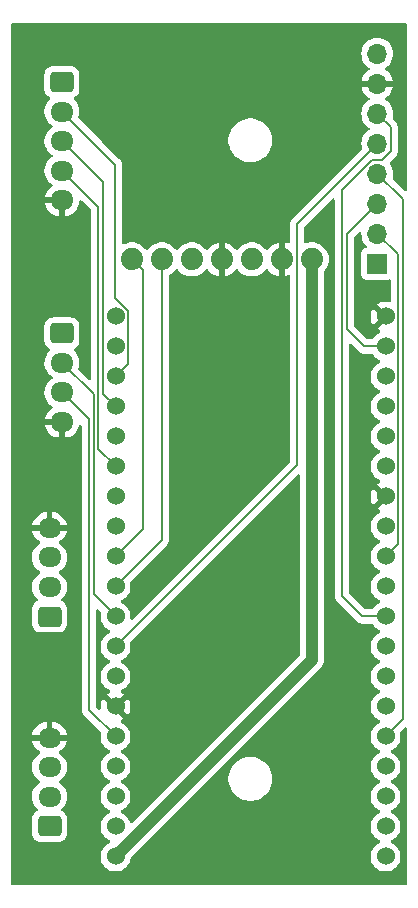
<source format=gbl>
%TF.GenerationSoftware,KiCad,Pcbnew,8.0.1*%
%TF.CreationDate,2024-04-28T12:43:27+02:00*%
%TF.ProjectId,MainControllerNodeMCU-32S,4d61696e-436f-46e7-9472-6f6c6c65724e,rev?*%
%TF.SameCoordinates,Original*%
%TF.FileFunction,Copper,L2,Bot*%
%TF.FilePolarity,Positive*%
%FSLAX46Y46*%
G04 Gerber Fmt 4.6, Leading zero omitted, Abs format (unit mm)*
G04 Created by KiCad (PCBNEW 8.0.1) date 2024-04-28 12:43:27*
%MOMM*%
%LPD*%
G01*
G04 APERTURE LIST*
G04 Aperture macros list*
%AMRoundRect*
0 Rectangle with rounded corners*
0 $1 Rounding radius*
0 $2 $3 $4 $5 $6 $7 $8 $9 X,Y pos of 4 corners*
0 Add a 4 corners polygon primitive as box body*
4,1,4,$2,$3,$4,$5,$6,$7,$8,$9,$2,$3,0*
0 Add four circle primitives for the rounded corners*
1,1,$1+$1,$2,$3*
1,1,$1+$1,$4,$5*
1,1,$1+$1,$6,$7*
1,1,$1+$1,$8,$9*
0 Add four rect primitives between the rounded corners*
20,1,$1+$1,$2,$3,$4,$5,0*
20,1,$1+$1,$4,$5,$6,$7,0*
20,1,$1+$1,$6,$7,$8,$9,0*
20,1,$1+$1,$8,$9,$2,$3,0*%
G04 Aperture macros list end*
%TA.AperFunction,ComponentPad*%
%ADD10RoundRect,0.250000X-0.725000X0.600000X-0.725000X-0.600000X0.725000X-0.600000X0.725000X0.600000X0*%
%TD*%
%TA.AperFunction,ComponentPad*%
%ADD11O,1.950000X1.700000*%
%TD*%
%TA.AperFunction,ComponentPad*%
%ADD12R,1.700000X1.700000*%
%TD*%
%TA.AperFunction,ComponentPad*%
%ADD13O,1.700000X1.700000*%
%TD*%
%TA.AperFunction,ComponentPad*%
%ADD14C,1.879600*%
%TD*%
%TA.AperFunction,ComponentPad*%
%ADD15RoundRect,0.250000X0.725000X-0.600000X0.725000X0.600000X-0.725000X0.600000X-0.725000X-0.600000X0*%
%TD*%
%TA.AperFunction,ComponentPad*%
%ADD16C,1.524000*%
%TD*%
%TA.AperFunction,Conductor*%
%ADD17C,0.200000*%
%TD*%
%TA.AperFunction,Conductor*%
%ADD18C,1.000000*%
%TD*%
G04 APERTURE END LIST*
D10*
%TO.P,J_SW_1,1,Pin_1*%
%TO.N,SW1*%
X143246800Y-91878800D03*
D11*
%TO.P,J_SW_1,2,Pin_2*%
%TO.N,SW2*%
X143246800Y-94378800D03*
%TO.P,J_SW_1,3,Pin_3*%
%TO.N,SW3*%
X143246800Y-96878800D03*
%TO.P,J_SW_1,4,Pin_4*%
%TO.N,GND*%
X143246800Y-99378800D03*
%TD*%
D12*
%TO.P,J_DP_1,1,Pin_1*%
%TO.N,+3.3V*%
X169946800Y-85983800D03*
D13*
%TO.P,J_DP_1,2,Pin_2*%
%TO.N,Display_SCK*%
X169946800Y-83443800D03*
%TO.P,J_DP_1,3,Pin_3*%
%TO.N,Display_SDA*%
X169946800Y-80903800D03*
%TO.P,J_DP_1,4,Pin_4*%
%TO.N,Display_A0*%
X169946800Y-78363800D03*
%TO.P,J_DP_1,5,Pin_5*%
%TO.N,Display_RESET*%
X169946800Y-75823800D03*
%TO.P,J_DP_1,6,Pin_6*%
%TO.N,Display_CS*%
X169946800Y-73283800D03*
%TO.P,J_DP_1,7,Pin_7*%
%TO.N,GND*%
X169946800Y-70743800D03*
%TO.P,J_DP_1,8,Pin_8*%
%TO.N,+5V*%
X169946800Y-68203800D03*
%TD*%
D14*
%TO.P,U2,1,DIN*%
%TO.N,MAX98357A_DIN*%
X154240000Y-85603800D03*
%TO.P,U2,2,GAIN_SLOT*%
%TO.N,GND*%
X156780000Y-85603800D03*
%TO.P,U2,3,GND*%
X161860000Y-85603800D03*
%TO.P,U2,4,~{SD_MODE}*%
%TO.N,unconnected-(U2-~{SD_MODE}-Pad4)*%
X159320000Y-85603800D03*
%TO.P,U2,5,VDD*%
%TO.N,+5V*%
X164400000Y-85603800D03*
%TO.P,U2,6,LRCLK*%
%TO.N,MAX98357A_LRCLK*%
X149160000Y-85603800D03*
%TO.P,U2,7,BCLK*%
%TO.N,MAX98357A_BCLK*%
X151700000Y-85603800D03*
%TD*%
D15*
%TO.P,J_SC_1,1,Pin_1*%
%TO.N,+3.3V*%
X142196800Y-133603800D03*
D11*
%TO.P,J_SC_1,2,Pin_2*%
%TO.N,HX711_1_DAT*%
X142196800Y-131103800D03*
%TO.P,J_SC_1,3,Pin_3*%
%TO.N,HX711_1_CLK*%
X142196800Y-128603800D03*
%TO.P,J_SC_1,4,Pin_4*%
%TO.N,GND*%
X142196800Y-126103800D03*
%TD*%
D10*
%TO.P,J_SW_2,1,Pin_1*%
%TO.N,+3.3V*%
X143246800Y-70603800D03*
D11*
%TO.P,J_SW_2,2,Pin_2*%
%TO.N,SW4*%
X143246800Y-73103800D03*
%TO.P,J_SW_2,3,Pin_3*%
%TO.N,SW5*%
X143246800Y-75603800D03*
%TO.P,J_SW_2,4,Pin_4*%
%TO.N,SW6*%
X143246800Y-78103800D03*
%TO.P,J_SW_2,5,Pin_5*%
%TO.N,GND*%
X143246800Y-80603800D03*
%TD*%
D16*
%TO.P,U1,J1_1,3.3V*%
%TO.N,+3.3V*%
X147784400Y-90451800D03*
%TO.P,U1,J1_2,EN*%
%TO.N,unconnected-(U1-EN-PadJ1_2)*%
X147784400Y-92991800D03*
%TO.P,U1,J1_3,IO36*%
%TO.N,SW4*%
X147784400Y-95531800D03*
%TO.P,U1,J1_4,IO39*%
%TO.N,SW5*%
X147784400Y-98071800D03*
%TO.P,U1,J1_5,IO34*%
%TO.N,unconnected-(U1-IO34-PadJ1_5)*%
X147784400Y-100611800D03*
%TO.P,U1,J1_6,IO35*%
%TO.N,SW6*%
X147784400Y-103151800D03*
%TO.P,U1,J1_7,IO32*%
%TO.N,unconnected-(U1-IO32-PadJ1_7)*%
X147784400Y-105691800D03*
%TO.P,U1,J1_8,IO33*%
%TO.N,unconnected-(U1-IO33-PadJ1_8)*%
X147784400Y-108231800D03*
%TO.P,U1,J1_9,IO25*%
%TO.N,MAX98357A_LRCLK*%
X147784400Y-110771800D03*
%TO.P,U1,J1_10,IO26*%
%TO.N,MAX98357A_BCLK*%
X147784400Y-113311800D03*
%TO.P,U1,J1_11,IO27*%
%TO.N,SW2*%
X147784400Y-115851800D03*
%TO.P,U1,J1_12,IO14*%
%TO.N,Display_RESET*%
X147784400Y-118391800D03*
%TO.P,U1,J1_13,IO12*%
%TO.N,unconnected-(U1-IO12-PadJ1_13)*%
X147784400Y-120931800D03*
%TO.P,U1,J1_14,GND*%
%TO.N,GND*%
X147784400Y-123471800D03*
%TO.P,U1,J1_15,IO13*%
%TO.N,SW3*%
X147784400Y-126011800D03*
%TO.P,U1,J1_16,IO9*%
%TO.N,unconnected-(U1-IO9-PadJ1_16)*%
X147784400Y-128551800D03*
%TO.P,U1,J1_17,IO10*%
%TO.N,unconnected-(U1-IO10-PadJ1_17)*%
X147784400Y-131091800D03*
%TO.P,U1,J1_18,IO11*%
%TO.N,unconnected-(U1-IO11-PadJ1_18)*%
X147784400Y-133631800D03*
%TO.P,U1,J1_19,5V*%
%TO.N,+5V*%
X147784400Y-136171800D03*
%TO.P,U1,J2_1,GND*%
%TO.N,GND*%
X170644400Y-90451800D03*
%TO.P,U1,J2_2,IO23*%
%TO.N,Display_SDA*%
X170644400Y-92991800D03*
%TO.P,U1,J2_3,IO22*%
%TO.N,MAX98357A_DIN*%
X170644400Y-95531800D03*
%TO.P,U1,J2_4,TX0*%
%TO.N,unconnected-(U1-TX0-PadJ2_4)*%
X170644400Y-98071800D03*
%TO.P,U1,J2_5,RX0*%
%TO.N,unconnected-(U1-RX0-PadJ2_5)*%
X170644400Y-100611800D03*
%TO.P,U1,J2_6,IO21*%
%TO.N,SW1*%
X170644400Y-103151800D03*
%TO.P,U1,J2_7,GND*%
%TO.N,GND*%
X170644400Y-105691800D03*
%TO.P,U1,J2_8,IO19*%
%TO.N,unconnected-(U1-IO19-PadJ2_8)*%
X170644400Y-108231800D03*
%TO.P,U1,J2_9,IO18*%
%TO.N,Display_SCK*%
X170644400Y-110771800D03*
%TO.P,U1,J2_10,IO5*%
%TO.N,HX711_1_DAT*%
X170644400Y-113311800D03*
%TO.P,U1,J2_11,IO17*%
%TO.N,Display_CS*%
X170644400Y-115851800D03*
%TO.P,U1,J2_12,IO16*%
%TO.N,HX711_2_DAT*%
X170644400Y-118391800D03*
%TO.P,U1,J2_13,IO4*%
%TO.N,HX711_1_CLK*%
X170644400Y-120931800D03*
%TO.P,U1,J2_14,IO0*%
%TO.N,unconnected-(U1-IO0-PadJ2_14)*%
X170644400Y-123471800D03*
%TO.P,U1,J2_15,IO2*%
%TO.N,Display_A0*%
X170644400Y-126011800D03*
%TO.P,U1,J2_16,IO15*%
%TO.N,HX711_2_CLK*%
X170644400Y-128551800D03*
%TO.P,U1,J2_17,IO8*%
%TO.N,unconnected-(U1-IO8-PadJ2_17)*%
X170644400Y-131091800D03*
%TO.P,U1,J2_18,IO7*%
%TO.N,unconnected-(U1-IO7-PadJ2_18)*%
X170644400Y-133631800D03*
%TO.P,U1,J2_19,IO6*%
%TO.N,unconnected-(U1-IO6-PadJ2_19)*%
X170644400Y-136171800D03*
%TD*%
D15*
%TO.P,J_SC_2,1,Pin_1*%
%TO.N,+3.3V*%
X142196800Y-115853800D03*
D11*
%TO.P,J_SC_2,2,Pin_2*%
%TO.N,HX711_2_DAT*%
X142196800Y-113353800D03*
%TO.P,J_SC_2,3,Pin_3*%
%TO.N,HX711_2_CLK*%
X142196800Y-110853800D03*
%TO.P,J_SC_2,4,Pin_4*%
%TO.N,GND*%
X142196800Y-108353800D03*
%TD*%
D17*
%TO.N,Display_SCK*%
X171706400Y-85203400D02*
X171706400Y-109709800D01*
X169946800Y-83443800D02*
X171706400Y-85203400D01*
X171706400Y-109709800D02*
X170644400Y-110771800D01*
%TO.N,Display_A0*%
X172106400Y-124549800D02*
X170644400Y-126011800D01*
X169946800Y-78363800D02*
X172106400Y-80523400D01*
X172106400Y-80523400D02*
X172106400Y-124549800D01*
%TO.N,Display_CS*%
X170336800Y-77213800D02*
X169470454Y-77213800D01*
X169470454Y-77213800D02*
X166946800Y-79737454D01*
X171096800Y-74433800D02*
X171096800Y-76453800D01*
X171096800Y-76453800D02*
X170336800Y-77213800D01*
X166946800Y-114103800D02*
X168694800Y-115851800D01*
X166946800Y-79737454D02*
X166946800Y-114103800D01*
X169946800Y-73283800D02*
X171096800Y-74433800D01*
X168694800Y-115851800D02*
X170644400Y-115851800D01*
%TO.N,Display_RESET*%
X163160200Y-82610400D02*
X163160200Y-103016000D01*
X169946800Y-75823800D02*
X163160200Y-82610400D01*
X163160200Y-103016000D02*
X147784400Y-118391800D01*
%TO.N,Display_SDA*%
X167346800Y-91503800D02*
X168834800Y-92991800D01*
X167346800Y-83503800D02*
X167346800Y-91503800D01*
X169946800Y-80903800D02*
X167346800Y-83503800D01*
X168834800Y-92991800D02*
X170644400Y-92991800D01*
D18*
%TO.N,+5V*%
X164400000Y-119556200D02*
X147784400Y-136171800D01*
X164400000Y-85603800D02*
X164400000Y-119556200D01*
D17*
%TO.N,MAX98357A_BCLK*%
X151700000Y-85603800D02*
X151700000Y-109396200D01*
X151700000Y-109396200D02*
X147784400Y-113311800D01*
%TO.N,MAX98357A_LRCLK*%
X150099799Y-86543599D02*
X150099799Y-108456401D01*
X149160000Y-85603800D02*
X150099799Y-86543599D01*
X150099799Y-108456401D02*
X147784400Y-110771800D01*
%TO.N,SW2*%
X145922400Y-113989800D02*
X147784400Y-115851800D01*
X143246800Y-94378800D02*
X145922400Y-97054400D01*
X145922400Y-97054400D02*
X145922400Y-113989800D01*
%TO.N,SW3*%
X145522400Y-123749800D02*
X147784400Y-126011800D01*
X143246800Y-96878800D02*
X145522400Y-99154400D01*
X145522400Y-99154400D02*
X145522400Y-123749800D01*
%TO.N,SW5*%
X146722400Y-79079400D02*
X143246800Y-75603800D01*
X146722400Y-97009800D02*
X146722400Y-79079400D01*
X147784400Y-98071800D02*
X146722400Y-97009800D01*
%TO.N,SW6*%
X146322400Y-81179400D02*
X146322400Y-101689800D01*
X146322400Y-101689800D02*
X147784400Y-103151800D01*
X143246800Y-78103800D02*
X146322400Y-81179400D01*
%TO.N,SW4*%
X147746800Y-88912305D02*
X148846400Y-90011905D01*
X143246800Y-73103800D02*
X147746800Y-77603800D01*
X147746800Y-77603800D02*
X147746800Y-88912305D01*
X148846400Y-90011905D02*
X148846400Y-94469800D01*
X148846400Y-94469800D02*
X147784400Y-95531800D01*
%TD*%
%TA.AperFunction,Conductor*%
%TO.N,GND*%
G36*
X172389339Y-65623985D02*
G01*
X172435094Y-65676789D01*
X172446300Y-65728300D01*
X172446300Y-79714702D01*
X172426615Y-79781741D01*
X172373811Y-79827496D01*
X172304653Y-79837440D01*
X172241097Y-79808415D01*
X172234619Y-79802383D01*
X171279566Y-78847331D01*
X171246081Y-78786008D01*
X171247472Y-78727557D01*
X171267164Y-78654064D01*
X171281863Y-78599208D01*
X171302459Y-78363800D01*
X171281863Y-78128392D01*
X171224834Y-77915554D01*
X171220705Y-77900144D01*
X171220704Y-77900143D01*
X171220703Y-77900137D01*
X171120835Y-77685971D01*
X171012907Y-77531833D01*
X170990581Y-77465629D01*
X171007591Y-77397862D01*
X171026798Y-77373035D01*
X171455306Y-76944528D01*
X171455311Y-76944524D01*
X171465514Y-76934320D01*
X171465516Y-76934320D01*
X171577320Y-76822516D01*
X171650825Y-76695201D01*
X171656377Y-76685585D01*
X171697300Y-76532858D01*
X171697300Y-76374743D01*
X171697300Y-74522860D01*
X171697301Y-74522847D01*
X171697301Y-74354744D01*
X171685436Y-74310463D01*
X171656377Y-74202016D01*
X171619958Y-74138935D01*
X171577324Y-74065090D01*
X171577318Y-74065082D01*
X171279566Y-73767330D01*
X171246081Y-73706007D01*
X171247472Y-73647555D01*
X171281863Y-73519208D01*
X171302459Y-73283800D01*
X171281863Y-73048392D01*
X171220703Y-72820137D01*
X171120835Y-72605971D01*
X170985295Y-72412399D01*
X170985294Y-72412397D01*
X170818202Y-72245306D01*
X170818201Y-72245305D01*
X170632205Y-72115069D01*
X170588581Y-72060492D01*
X170581388Y-71990993D01*
X170612910Y-71928639D01*
X170632205Y-71911919D01*
X170817882Y-71781905D01*
X170984905Y-71614882D01*
X171120400Y-71421378D01*
X171220229Y-71207292D01*
X171220232Y-71207286D01*
X171277436Y-70993800D01*
X170379812Y-70993800D01*
X170412725Y-70936793D01*
X170446800Y-70809626D01*
X170446800Y-70677974D01*
X170412725Y-70550807D01*
X170379812Y-70493800D01*
X171277436Y-70493800D01*
X171277435Y-70493799D01*
X171220232Y-70280313D01*
X171220229Y-70280307D01*
X171120400Y-70066222D01*
X171120399Y-70066220D01*
X170984913Y-69872726D01*
X170984908Y-69872720D01*
X170817878Y-69705690D01*
X170632205Y-69575679D01*
X170588580Y-69521102D01*
X170581388Y-69451604D01*
X170612910Y-69389249D01*
X170632206Y-69372530D01*
X170818201Y-69242295D01*
X170985295Y-69075201D01*
X171120835Y-68881630D01*
X171220703Y-68667463D01*
X171281863Y-68439208D01*
X171302459Y-68203800D01*
X171281863Y-67968392D01*
X171220703Y-67740137D01*
X171120835Y-67525971D01*
X170985295Y-67332399D01*
X170985294Y-67332397D01*
X170818202Y-67165306D01*
X170818195Y-67165301D01*
X170624634Y-67029767D01*
X170624630Y-67029765D01*
X170624628Y-67029764D01*
X170410463Y-66929897D01*
X170410459Y-66929896D01*
X170410455Y-66929894D01*
X170182213Y-66868738D01*
X170182203Y-66868736D01*
X169946801Y-66848141D01*
X169946799Y-66848141D01*
X169711396Y-66868736D01*
X169711386Y-66868738D01*
X169483144Y-66929894D01*
X169483135Y-66929898D01*
X169268971Y-67029764D01*
X169268969Y-67029765D01*
X169075397Y-67165305D01*
X168908305Y-67332397D01*
X168772765Y-67525969D01*
X168772764Y-67525971D01*
X168672898Y-67740135D01*
X168672894Y-67740144D01*
X168611738Y-67968386D01*
X168611736Y-67968396D01*
X168591141Y-68203799D01*
X168591141Y-68203800D01*
X168611736Y-68439203D01*
X168611738Y-68439213D01*
X168672894Y-68667455D01*
X168672896Y-68667459D01*
X168672897Y-68667463D01*
X168772765Y-68881630D01*
X168772767Y-68881634D01*
X168908301Y-69075195D01*
X168908306Y-69075202D01*
X169075397Y-69242293D01*
X169075403Y-69242298D01*
X169261394Y-69372530D01*
X169305019Y-69427107D01*
X169312213Y-69496605D01*
X169280690Y-69558960D01*
X169261395Y-69575680D01*
X169075722Y-69705690D01*
X169075720Y-69705691D01*
X168908691Y-69872720D01*
X168908686Y-69872726D01*
X168773200Y-70066220D01*
X168773199Y-70066222D01*
X168673370Y-70280307D01*
X168673367Y-70280313D01*
X168616164Y-70493799D01*
X168616164Y-70493800D01*
X169513788Y-70493800D01*
X169480875Y-70550807D01*
X169446800Y-70677974D01*
X169446800Y-70809626D01*
X169480875Y-70936793D01*
X169513788Y-70993800D01*
X168616164Y-70993800D01*
X168673367Y-71207286D01*
X168673370Y-71207292D01*
X168773199Y-71421378D01*
X168908694Y-71614882D01*
X169075717Y-71781905D01*
X169261395Y-71911919D01*
X169305019Y-71966496D01*
X169312212Y-72035995D01*
X169280690Y-72098349D01*
X169261395Y-72115069D01*
X169075394Y-72245308D01*
X168908305Y-72412397D01*
X168772765Y-72605969D01*
X168772764Y-72605971D01*
X168672898Y-72820135D01*
X168672894Y-72820144D01*
X168611738Y-73048386D01*
X168611736Y-73048396D01*
X168591141Y-73283799D01*
X168591141Y-73283800D01*
X168611736Y-73519203D01*
X168611738Y-73519213D01*
X168672894Y-73747455D01*
X168672896Y-73747459D01*
X168672897Y-73747463D01*
X168772765Y-73961630D01*
X168772767Y-73961634D01*
X168881081Y-74116321D01*
X168896915Y-74138935D01*
X168908301Y-74155195D01*
X168908306Y-74155202D01*
X169075397Y-74322293D01*
X169075403Y-74322298D01*
X169260958Y-74452225D01*
X169304583Y-74506802D01*
X169311777Y-74576300D01*
X169280254Y-74638655D01*
X169260958Y-74655375D01*
X169075397Y-74785305D01*
X168908305Y-74952397D01*
X168772765Y-75145969D01*
X168772764Y-75145971D01*
X168672898Y-75360135D01*
X168672894Y-75360144D01*
X168611738Y-75588386D01*
X168611736Y-75588396D01*
X168591141Y-75823799D01*
X168591141Y-75823800D01*
X168611736Y-76059203D01*
X168611738Y-76059213D01*
X168646127Y-76187555D01*
X168644464Y-76257405D01*
X168614033Y-76307329D01*
X164214404Y-80706960D01*
X162791486Y-82129878D01*
X162791484Y-82129880D01*
X162757816Y-82163548D01*
X162679681Y-82241682D01*
X162679680Y-82241684D01*
X162669418Y-82259459D01*
X162600623Y-82378615D01*
X162559699Y-82531343D01*
X162559699Y-82531345D01*
X162559699Y-82699446D01*
X162559700Y-82699459D01*
X162559700Y-84148052D01*
X162540015Y-84215091D01*
X162487211Y-84260846D01*
X162418053Y-84270790D01*
X162395438Y-84265333D01*
X162214665Y-84203274D01*
X162110000Y-84185809D01*
X162110000Y-85161548D01*
X162056081Y-85130419D01*
X161926880Y-85095800D01*
X161793120Y-85095800D01*
X161663919Y-85130419D01*
X161610000Y-85161548D01*
X161610000Y-84185809D01*
X161609999Y-84185809D01*
X161505336Y-84203274D01*
X161279660Y-84280748D01*
X161279650Y-84280753D01*
X161069810Y-84394312D01*
X161069801Y-84394318D01*
X160881514Y-84540868D01*
X160881504Y-84540877D01*
X160719907Y-84716416D01*
X160719899Y-84716427D01*
X160694106Y-84755907D01*
X160640960Y-84801264D01*
X160571728Y-84810687D01*
X160508393Y-84781185D01*
X160486489Y-84755906D01*
X160460696Y-84716427D01*
X160460494Y-84716118D01*
X160298832Y-84540505D01*
X160110469Y-84393897D01*
X160014152Y-84341772D01*
X159900546Y-84280291D01*
X159900541Y-84280289D01*
X159674786Y-84202788D01*
X159517826Y-84176596D01*
X159439347Y-84163500D01*
X159200653Y-84163500D01*
X159141793Y-84173322D01*
X158965213Y-84202788D01*
X158739458Y-84280289D01*
X158739453Y-84280291D01*
X158529529Y-84393898D01*
X158341167Y-84540505D01*
X158341165Y-84540507D01*
X158179508Y-84716115D01*
X158153510Y-84755908D01*
X158100363Y-84801264D01*
X158031131Y-84810687D01*
X157967796Y-84781184D01*
X157945894Y-84755907D01*
X157920100Y-84716427D01*
X157920092Y-84716416D01*
X157758495Y-84540877D01*
X157758485Y-84540868D01*
X157570198Y-84394318D01*
X157570189Y-84394312D01*
X157360349Y-84280753D01*
X157360339Y-84280748D01*
X157134663Y-84203274D01*
X157030000Y-84185809D01*
X157030000Y-85161548D01*
X156976081Y-85130419D01*
X156846880Y-85095800D01*
X156713120Y-85095800D01*
X156583919Y-85130419D01*
X156530000Y-85161548D01*
X156530000Y-84185809D01*
X156529999Y-84185809D01*
X156425336Y-84203274D01*
X156199660Y-84280748D01*
X156199650Y-84280753D01*
X155989810Y-84394312D01*
X155989801Y-84394318D01*
X155801514Y-84540868D01*
X155801504Y-84540877D01*
X155639907Y-84716416D01*
X155639899Y-84716427D01*
X155614106Y-84755907D01*
X155560960Y-84801264D01*
X155491728Y-84810687D01*
X155428393Y-84781185D01*
X155406489Y-84755906D01*
X155380696Y-84716427D01*
X155380494Y-84716118D01*
X155218832Y-84540505D01*
X155030469Y-84393897D01*
X154934152Y-84341772D01*
X154820546Y-84280291D01*
X154820541Y-84280289D01*
X154594786Y-84202788D01*
X154437826Y-84176596D01*
X154359347Y-84163500D01*
X154120653Y-84163500D01*
X154061793Y-84173322D01*
X153885213Y-84202788D01*
X153659458Y-84280289D01*
X153659453Y-84280291D01*
X153449529Y-84393898D01*
X153261169Y-84540504D01*
X153099508Y-84716115D01*
X153073808Y-84755452D01*
X153020661Y-84800808D01*
X152951430Y-84810231D01*
X152888094Y-84780728D01*
X152866192Y-84755452D01*
X152840494Y-84716118D01*
X152678832Y-84540505D01*
X152490469Y-84393897D01*
X152394152Y-84341772D01*
X152280546Y-84280291D01*
X152280541Y-84280289D01*
X152054786Y-84202788D01*
X151897826Y-84176596D01*
X151819347Y-84163500D01*
X151580653Y-84163500D01*
X151521793Y-84173322D01*
X151345213Y-84202788D01*
X151119458Y-84280289D01*
X151119453Y-84280291D01*
X150909529Y-84393898D01*
X150721169Y-84540504D01*
X150559508Y-84716115D01*
X150533808Y-84755452D01*
X150480661Y-84800808D01*
X150411430Y-84810231D01*
X150348094Y-84780728D01*
X150326192Y-84755452D01*
X150300494Y-84716118D01*
X150138832Y-84540505D01*
X149950469Y-84393897D01*
X149854152Y-84341772D01*
X149740546Y-84280291D01*
X149740541Y-84280289D01*
X149514786Y-84202788D01*
X149357826Y-84176596D01*
X149279347Y-84163500D01*
X149040653Y-84163500D01*
X148981793Y-84173322D01*
X148805213Y-84202788D01*
X148579458Y-84280289D01*
X148579453Y-84280291D01*
X148530318Y-84306883D01*
X148461989Y-84321478D01*
X148396617Y-84296815D01*
X148354956Y-84240725D01*
X148347300Y-84197828D01*
X148347300Y-77692859D01*
X148347301Y-77692846D01*
X148347301Y-77524745D01*
X148347301Y-77524743D01*
X148306377Y-77372015D01*
X148260675Y-77292857D01*
X148227320Y-77235084D01*
X148115516Y-77123280D01*
X148115515Y-77123279D01*
X148111185Y-77118949D01*
X148111174Y-77118939D01*
X146646723Y-75654488D01*
X157346300Y-75654488D01*
X157377961Y-75894985D01*
X157440747Y-76129304D01*
X157516265Y-76311620D01*
X157533576Y-76353412D01*
X157654864Y-76563489D01*
X157654866Y-76563492D01*
X157654867Y-76563493D01*
X157802533Y-76755936D01*
X157802539Y-76755943D01*
X157974056Y-76927460D01*
X157974063Y-76927466D01*
X157996294Y-76944524D01*
X158166511Y-77075136D01*
X158376588Y-77196424D01*
X158600700Y-77289254D01*
X158835011Y-77352038D01*
X159015386Y-77375784D01*
X159075511Y-77383700D01*
X159075512Y-77383700D01*
X159318089Y-77383700D01*
X159366188Y-77377367D01*
X159558589Y-77352038D01*
X159792900Y-77289254D01*
X160017012Y-77196424D01*
X160227089Y-77075136D01*
X160419538Y-76927465D01*
X160591065Y-76755938D01*
X160738736Y-76563489D01*
X160860024Y-76353412D01*
X160952854Y-76129300D01*
X161015638Y-75894989D01*
X161047300Y-75654488D01*
X161047300Y-75411912D01*
X161015638Y-75171411D01*
X160952854Y-74937100D01*
X160860024Y-74712988D01*
X160738736Y-74502911D01*
X160591065Y-74310462D01*
X160591060Y-74310456D01*
X160419543Y-74138939D01*
X160419536Y-74138933D01*
X160227093Y-73991267D01*
X160227092Y-73991266D01*
X160227089Y-73991264D01*
X160017012Y-73869976D01*
X160017005Y-73869973D01*
X159792904Y-73777147D01*
X159675744Y-73745754D01*
X159558589Y-73714362D01*
X159558588Y-73714361D01*
X159558585Y-73714361D01*
X159318089Y-73682700D01*
X159318088Y-73682700D01*
X159075512Y-73682700D01*
X159075511Y-73682700D01*
X158835014Y-73714361D01*
X158600695Y-73777147D01*
X158376594Y-73869973D01*
X158376585Y-73869977D01*
X158166506Y-73991267D01*
X157974063Y-74138933D01*
X157974056Y-74138939D01*
X157802539Y-74310456D01*
X157802533Y-74310463D01*
X157654867Y-74502906D01*
X157533577Y-74712985D01*
X157533573Y-74712994D01*
X157440747Y-74937095D01*
X157377961Y-75171414D01*
X157346300Y-75411911D01*
X157346300Y-75654488D01*
X146646723Y-75654488D01*
X144674902Y-73682667D01*
X144641417Y-73621344D01*
X144644651Y-73556674D01*
X144689046Y-73420043D01*
X144722300Y-73210087D01*
X144722300Y-72997513D01*
X144689046Y-72787557D01*
X144623357Y-72585388D01*
X144526851Y-72395984D01*
X144526849Y-72395981D01*
X144526848Y-72395979D01*
X144401909Y-72224013D01*
X144263094Y-72085198D01*
X144229609Y-72023875D01*
X144234593Y-71954183D01*
X144276465Y-71898250D01*
X144285679Y-71891978D01*
X144291131Y-71888614D01*
X144291134Y-71888614D01*
X144440456Y-71796512D01*
X144564512Y-71672456D01*
X144656614Y-71523134D01*
X144711799Y-71356597D01*
X144722300Y-71253809D01*
X144722299Y-69953792D01*
X144711799Y-69851003D01*
X144656614Y-69684466D01*
X144564512Y-69535144D01*
X144440456Y-69411088D01*
X144291134Y-69318986D01*
X144124597Y-69263801D01*
X144124595Y-69263800D01*
X144021810Y-69253300D01*
X142471798Y-69253300D01*
X142471781Y-69253301D01*
X142369003Y-69263800D01*
X142369000Y-69263801D01*
X142202468Y-69318985D01*
X142202463Y-69318987D01*
X142053142Y-69411089D01*
X141929089Y-69535142D01*
X141836987Y-69684463D01*
X141836985Y-69684468D01*
X141809149Y-69768470D01*
X141781801Y-69851003D01*
X141781801Y-69851004D01*
X141781800Y-69851004D01*
X141771300Y-69953783D01*
X141771300Y-71253801D01*
X141771301Y-71253818D01*
X141781800Y-71356596D01*
X141781801Y-71356599D01*
X141836985Y-71523131D01*
X141836987Y-71523136D01*
X141929089Y-71672457D01*
X142053144Y-71796512D01*
X142207920Y-71891978D01*
X142254645Y-71943926D01*
X142265868Y-72012888D01*
X142238024Y-72076971D01*
X142230506Y-72085198D01*
X142091689Y-72224015D01*
X141966751Y-72395979D01*
X141870244Y-72585385D01*
X141804553Y-72787560D01*
X141771300Y-72997513D01*
X141771300Y-73210087D01*
X141804554Y-73420043D01*
X141836776Y-73519213D01*
X141870244Y-73622214D01*
X141966751Y-73811620D01*
X142091690Y-73983586D01*
X142242009Y-74133905D01*
X142242014Y-74133909D01*
X142406593Y-74253482D01*
X142449259Y-74308811D01*
X142455238Y-74378425D01*
X142422633Y-74440220D01*
X142406593Y-74454118D01*
X142242014Y-74573690D01*
X142242009Y-74573694D01*
X142091690Y-74724013D01*
X141966751Y-74895979D01*
X141870244Y-75085385D01*
X141804553Y-75287560D01*
X141793058Y-75360137D01*
X141771300Y-75497513D01*
X141771300Y-75710087D01*
X141804554Y-75920043D01*
X141849773Y-76059213D01*
X141870244Y-76122214D01*
X141966751Y-76311620D01*
X142091690Y-76483586D01*
X142242009Y-76633905D01*
X142242014Y-76633909D01*
X142406593Y-76753482D01*
X142449259Y-76808811D01*
X142455238Y-76878425D01*
X142422633Y-76940220D01*
X142406593Y-76954118D01*
X142242014Y-77073690D01*
X142242009Y-77073694D01*
X142091690Y-77224013D01*
X141966751Y-77395979D01*
X141870244Y-77585385D01*
X141804553Y-77787560D01*
X141794262Y-77852535D01*
X141771300Y-77997513D01*
X141771300Y-78210087D01*
X141804554Y-78420043D01*
X141819972Y-78467496D01*
X141870244Y-78622214D01*
X141966751Y-78811620D01*
X142091690Y-78983586D01*
X142242009Y-79133905D01*
X142242014Y-79133909D01*
X142407018Y-79253791D01*
X142449684Y-79309120D01*
X142455663Y-79378734D01*
X142423058Y-79440529D01*
X142407018Y-79454427D01*
X142242340Y-79574072D01*
X142242335Y-79574076D01*
X142092076Y-79724335D01*
X142092072Y-79724340D01*
X141967179Y-79896242D01*
X141870704Y-80085582D01*
X141805042Y-80287670D01*
X141805042Y-80287673D01*
X141794569Y-80353800D01*
X142842654Y-80353800D01*
X142804170Y-80420457D01*
X142771800Y-80541265D01*
X142771800Y-80666335D01*
X142804170Y-80787143D01*
X142842654Y-80853800D01*
X141794569Y-80853800D01*
X141805042Y-80919926D01*
X141805042Y-80919929D01*
X141870704Y-81122017D01*
X141967179Y-81311357D01*
X142092072Y-81483259D01*
X142092076Y-81483264D01*
X142242335Y-81633523D01*
X142242340Y-81633527D01*
X142414242Y-81758420D01*
X142603582Y-81854895D01*
X142805672Y-81920557D01*
X142996800Y-81950829D01*
X142996800Y-81007945D01*
X143063457Y-81046430D01*
X143184265Y-81078800D01*
X143309335Y-81078800D01*
X143430143Y-81046430D01*
X143496800Y-81007945D01*
X143496800Y-81950828D01*
X143687927Y-81920557D01*
X143890017Y-81854895D01*
X144079357Y-81758420D01*
X144251259Y-81633527D01*
X144251264Y-81633523D01*
X144401523Y-81483264D01*
X144401527Y-81483259D01*
X144526420Y-81311357D01*
X144622895Y-81122017D01*
X144688557Y-80919930D01*
X144688557Y-80919927D01*
X144722288Y-80706960D01*
X144752217Y-80643826D01*
X144811528Y-80606894D01*
X144881391Y-80607892D01*
X144932442Y-80638677D01*
X145685581Y-81391816D01*
X145719066Y-81453139D01*
X145721900Y-81479497D01*
X145721900Y-95705303D01*
X145702215Y-95772342D01*
X145649411Y-95818097D01*
X145580253Y-95828041D01*
X145516697Y-95799016D01*
X145510219Y-95792984D01*
X144674902Y-94957667D01*
X144641417Y-94896344D01*
X144644651Y-94831674D01*
X144689046Y-94695043D01*
X144722300Y-94485087D01*
X144722300Y-94272513D01*
X144689046Y-94062557D01*
X144623357Y-93860388D01*
X144526851Y-93670984D01*
X144526849Y-93670981D01*
X144526848Y-93670979D01*
X144401909Y-93499013D01*
X144263094Y-93360198D01*
X144229609Y-93298875D01*
X144234593Y-93229183D01*
X144276465Y-93173250D01*
X144285679Y-93166978D01*
X144291131Y-93163614D01*
X144291134Y-93163614D01*
X144440456Y-93071512D01*
X144564512Y-92947456D01*
X144656614Y-92798134D01*
X144711799Y-92631597D01*
X144722300Y-92528809D01*
X144722299Y-91228792D01*
X144711799Y-91126003D01*
X144656614Y-90959466D01*
X144564512Y-90810144D01*
X144440456Y-90686088D01*
X144291134Y-90593986D01*
X144124597Y-90538801D01*
X144124595Y-90538800D01*
X144021810Y-90528300D01*
X142471798Y-90528300D01*
X142471781Y-90528301D01*
X142369003Y-90538800D01*
X142369000Y-90538801D01*
X142202468Y-90593985D01*
X142202463Y-90593987D01*
X142053142Y-90686089D01*
X141929089Y-90810142D01*
X141836987Y-90959463D01*
X141836986Y-90959466D01*
X141781801Y-91126003D01*
X141781801Y-91126004D01*
X141781800Y-91126004D01*
X141771300Y-91228783D01*
X141771300Y-92528801D01*
X141771301Y-92528818D01*
X141781800Y-92631596D01*
X141781801Y-92631599D01*
X141836985Y-92798131D01*
X141836987Y-92798136D01*
X141929089Y-92947457D01*
X142053144Y-93071512D01*
X142207920Y-93166978D01*
X142254645Y-93218926D01*
X142265868Y-93287888D01*
X142238024Y-93351971D01*
X142230506Y-93360198D01*
X142091689Y-93499015D01*
X141966751Y-93670979D01*
X141870244Y-93860385D01*
X141804553Y-94062560D01*
X141785526Y-94182694D01*
X141771300Y-94272513D01*
X141771300Y-94485087D01*
X141804554Y-94695043D01*
X141853061Y-94844333D01*
X141870244Y-94897214D01*
X141966751Y-95086620D01*
X142091690Y-95258586D01*
X142242009Y-95408905D01*
X142242014Y-95408909D01*
X142406593Y-95528482D01*
X142449259Y-95583811D01*
X142455238Y-95653425D01*
X142422633Y-95715220D01*
X142406593Y-95729118D01*
X142242014Y-95848690D01*
X142242009Y-95848694D01*
X142091690Y-95999013D01*
X141966751Y-96170979D01*
X141870244Y-96360385D01*
X141804553Y-96562560D01*
X141777410Y-96733935D01*
X141771300Y-96772513D01*
X141771300Y-96985087D01*
X141804554Y-97195043D01*
X141839675Y-97303135D01*
X141870244Y-97397214D01*
X141966751Y-97586620D01*
X142091690Y-97758586D01*
X142242009Y-97908905D01*
X142242014Y-97908909D01*
X142407018Y-98028791D01*
X142449684Y-98084120D01*
X142455663Y-98153734D01*
X142423058Y-98215529D01*
X142407018Y-98229427D01*
X142242340Y-98349072D01*
X142242335Y-98349076D01*
X142092076Y-98499335D01*
X142092072Y-98499340D01*
X141967179Y-98671242D01*
X141870704Y-98860582D01*
X141805042Y-99062670D01*
X141805042Y-99062673D01*
X141794569Y-99128800D01*
X142842654Y-99128800D01*
X142804170Y-99195457D01*
X142771800Y-99316265D01*
X142771800Y-99441335D01*
X142804170Y-99562143D01*
X142842654Y-99628800D01*
X141794569Y-99628800D01*
X141805042Y-99694926D01*
X141805042Y-99694929D01*
X141870704Y-99897017D01*
X141967179Y-100086357D01*
X142092072Y-100258259D01*
X142092076Y-100258264D01*
X142242335Y-100408523D01*
X142242340Y-100408527D01*
X142414242Y-100533420D01*
X142603582Y-100629895D01*
X142805672Y-100695557D01*
X142996800Y-100725829D01*
X142996800Y-99782945D01*
X143063457Y-99821430D01*
X143184265Y-99853800D01*
X143309335Y-99853800D01*
X143430143Y-99821430D01*
X143496800Y-99782945D01*
X143496800Y-100725828D01*
X143687927Y-100695557D01*
X143890017Y-100629895D01*
X144079357Y-100533420D01*
X144251259Y-100408527D01*
X144251264Y-100408523D01*
X144401523Y-100258264D01*
X144401527Y-100258259D01*
X144526420Y-100086357D01*
X144622895Y-99897017D01*
X144679969Y-99721362D01*
X144719406Y-99663687D01*
X144783765Y-99636488D01*
X144852611Y-99648402D01*
X144904087Y-99695646D01*
X144921900Y-99759680D01*
X144921900Y-123663130D01*
X144921899Y-123663148D01*
X144921899Y-123828854D01*
X144921898Y-123828854D01*
X144962823Y-123981585D01*
X144991758Y-124031700D01*
X144991759Y-124031704D01*
X144991760Y-124031704D01*
X145034343Y-124105462D01*
X145041879Y-124118514D01*
X145041881Y-124118517D01*
X145160749Y-124237385D01*
X145160755Y-124237390D01*
X146523484Y-125600119D01*
X146556969Y-125661442D01*
X146555578Y-125719892D01*
X146536332Y-125791723D01*
X146536329Y-125791737D01*
X146517077Y-126011797D01*
X146517077Y-126011802D01*
X146536329Y-126231862D01*
X146536330Y-126231870D01*
X146593504Y-126445245D01*
X146593505Y-126445247D01*
X146593506Y-126445250D01*
X146686866Y-126645462D01*
X146686868Y-126645466D01*
X146813570Y-126826415D01*
X146813575Y-126826421D01*
X146969778Y-126982624D01*
X146969784Y-126982629D01*
X147150733Y-127109331D01*
X147150735Y-127109332D01*
X147150738Y-127109334D01*
X147270148Y-127165015D01*
X147279589Y-127169418D01*
X147332028Y-127215590D01*
X147351180Y-127282784D01*
X147330964Y-127349665D01*
X147279589Y-127394182D01*
X147150740Y-127454265D01*
X147150738Y-127454266D01*
X146969777Y-127580975D01*
X146813575Y-127737177D01*
X146686866Y-127918138D01*
X146686865Y-127918140D01*
X146593507Y-128118348D01*
X146593504Y-128118354D01*
X146536330Y-128331729D01*
X146536329Y-128331737D01*
X146517077Y-128551797D01*
X146517077Y-128551802D01*
X146536329Y-128771862D01*
X146536330Y-128771870D01*
X146593504Y-128985245D01*
X146593505Y-128985247D01*
X146593506Y-128985250D01*
X146603975Y-129007700D01*
X146686866Y-129185462D01*
X146686868Y-129185466D01*
X146813570Y-129366415D01*
X146813575Y-129366421D01*
X146969778Y-129522624D01*
X146969784Y-129522629D01*
X147150733Y-129649331D01*
X147150735Y-129649332D01*
X147150738Y-129649334D01*
X147270148Y-129705015D01*
X147279589Y-129709418D01*
X147332028Y-129755590D01*
X147351180Y-129822784D01*
X147330964Y-129889665D01*
X147279589Y-129934182D01*
X147150740Y-129994265D01*
X147150738Y-129994266D01*
X146969777Y-130120975D01*
X146813575Y-130277177D01*
X146686866Y-130458138D01*
X146686865Y-130458140D01*
X146593507Y-130658348D01*
X146593504Y-130658354D01*
X146536330Y-130871729D01*
X146536329Y-130871737D01*
X146517077Y-131091797D01*
X146517077Y-131091802D01*
X146536329Y-131311862D01*
X146536330Y-131311870D01*
X146593504Y-131525245D01*
X146593505Y-131525247D01*
X146593506Y-131525250D01*
X146638720Y-131622212D01*
X146686866Y-131725462D01*
X146686868Y-131725466D01*
X146813570Y-131906415D01*
X146813575Y-131906421D01*
X146969778Y-132062624D01*
X146969784Y-132062629D01*
X147150733Y-132189331D01*
X147150735Y-132189332D01*
X147150738Y-132189334D01*
X147270148Y-132245015D01*
X147279589Y-132249418D01*
X147332028Y-132295590D01*
X147351180Y-132362784D01*
X147330964Y-132429665D01*
X147279589Y-132474182D01*
X147150740Y-132534265D01*
X147150738Y-132534266D01*
X146969777Y-132660975D01*
X146813575Y-132817177D01*
X146686866Y-132998138D01*
X146686865Y-132998140D01*
X146593507Y-133198348D01*
X146593504Y-133198354D01*
X146536330Y-133411729D01*
X146536329Y-133411737D01*
X146517077Y-133631797D01*
X146517077Y-133631802D01*
X146536329Y-133851862D01*
X146536330Y-133851870D01*
X146593504Y-134065245D01*
X146593505Y-134065247D01*
X146593506Y-134065250D01*
X146681428Y-134253801D01*
X146686866Y-134265462D01*
X146686868Y-134265466D01*
X146813570Y-134446415D01*
X146813575Y-134446421D01*
X146969778Y-134602624D01*
X146969784Y-134602629D01*
X147150733Y-134729331D01*
X147150735Y-134729332D01*
X147150738Y-134729334D01*
X147270148Y-134785015D01*
X147279589Y-134789418D01*
X147332028Y-134835590D01*
X147351180Y-134902784D01*
X147330964Y-134969665D01*
X147279589Y-135014182D01*
X147150740Y-135074265D01*
X147150738Y-135074266D01*
X146969777Y-135200975D01*
X146813575Y-135357177D01*
X146686866Y-135538138D01*
X146686865Y-135538140D01*
X146593507Y-135738348D01*
X146593504Y-135738354D01*
X146536330Y-135951729D01*
X146536329Y-135951737D01*
X146517077Y-136171797D01*
X146517077Y-136171802D01*
X146536329Y-136391862D01*
X146536330Y-136391870D01*
X146593504Y-136605245D01*
X146593505Y-136605247D01*
X146593506Y-136605250D01*
X146686866Y-136805462D01*
X146686868Y-136805466D01*
X146813570Y-136986415D01*
X146813575Y-136986421D01*
X146969778Y-137142624D01*
X146969784Y-137142629D01*
X147150733Y-137269331D01*
X147150735Y-137269332D01*
X147150738Y-137269334D01*
X147350950Y-137362694D01*
X147564332Y-137419870D01*
X147721523Y-137433622D01*
X147784398Y-137439123D01*
X147784400Y-137439123D01*
X147784402Y-137439123D01*
X147839417Y-137434309D01*
X148004468Y-137419870D01*
X148217850Y-137362694D01*
X148418062Y-137269334D01*
X148599020Y-137142626D01*
X148755226Y-136986420D01*
X148881934Y-136805462D01*
X148975294Y-136605250D01*
X149032470Y-136391868D01*
X149033638Y-136378507D01*
X149059087Y-136313442D01*
X149069477Y-136301641D01*
X155646030Y-129725088D01*
X157346300Y-129725088D01*
X157377961Y-129965585D01*
X157440747Y-130199904D01*
X157521964Y-130395979D01*
X157533576Y-130424012D01*
X157654864Y-130634089D01*
X157654866Y-130634092D01*
X157654867Y-130634093D01*
X157802533Y-130826536D01*
X157802539Y-130826543D01*
X157974056Y-130998060D01*
X157974062Y-130998065D01*
X158166511Y-131145736D01*
X158376588Y-131267024D01*
X158600700Y-131359854D01*
X158835011Y-131422638D01*
X159015386Y-131446384D01*
X159075511Y-131454300D01*
X159075512Y-131454300D01*
X159318089Y-131454300D01*
X159366188Y-131447967D01*
X159558589Y-131422638D01*
X159792900Y-131359854D01*
X160017012Y-131267024D01*
X160227089Y-131145736D01*
X160419538Y-130998065D01*
X160591065Y-130826538D01*
X160738736Y-130634089D01*
X160860024Y-130424012D01*
X160952854Y-130199900D01*
X161015638Y-129965589D01*
X161047300Y-129725088D01*
X161047300Y-129482512D01*
X161015638Y-129242011D01*
X160952854Y-129007700D01*
X160860024Y-128783588D01*
X160738736Y-128573511D01*
X160591065Y-128381062D01*
X160591060Y-128381056D01*
X160419543Y-128209539D01*
X160419536Y-128209533D01*
X160227093Y-128061867D01*
X160227092Y-128061866D01*
X160227089Y-128061864D01*
X160017012Y-127940576D01*
X159962847Y-127918140D01*
X159792904Y-127847747D01*
X159558585Y-127784961D01*
X159318089Y-127753300D01*
X159318088Y-127753300D01*
X159075512Y-127753300D01*
X159075511Y-127753300D01*
X158835014Y-127784961D01*
X158600695Y-127847747D01*
X158376594Y-127940573D01*
X158376585Y-127940577D01*
X158166506Y-128061867D01*
X157974063Y-128209533D01*
X157974056Y-128209539D01*
X157802539Y-128381056D01*
X157802533Y-128381063D01*
X157654867Y-128573506D01*
X157533577Y-128783585D01*
X157533573Y-128783594D01*
X157440747Y-129007695D01*
X157377961Y-129242014D01*
X157346300Y-129482511D01*
X157346300Y-129725088D01*
X155646030Y-129725088D01*
X165037778Y-120333341D01*
X165037782Y-120333339D01*
X165177139Y-120193982D01*
X165286632Y-120030114D01*
X165362051Y-119848035D01*
X165394734Y-119683730D01*
X165400500Y-119654743D01*
X165400500Y-86691942D01*
X165420185Y-86624903D01*
X165433270Y-86607959D01*
X165540494Y-86491482D01*
X165671047Y-86291656D01*
X165766929Y-86073067D01*
X165825525Y-85841678D01*
X165825526Y-85841669D01*
X165845236Y-85603805D01*
X165845236Y-85603794D01*
X165825526Y-85365930D01*
X165825524Y-85365918D01*
X165766929Y-85134532D01*
X165671048Y-84915947D01*
X165671047Y-84915944D01*
X165540494Y-84716118D01*
X165378832Y-84540505D01*
X165190469Y-84393897D01*
X165094152Y-84341772D01*
X164980546Y-84280291D01*
X164980541Y-84280289D01*
X164754786Y-84202788D01*
X164597826Y-84176596D01*
X164519347Y-84163500D01*
X164280653Y-84163500D01*
X164221793Y-84173322D01*
X164045213Y-84202788D01*
X163924963Y-84244070D01*
X163855164Y-84247220D01*
X163794743Y-84212134D01*
X163762882Y-84149951D01*
X163760700Y-84126789D01*
X163760700Y-82910497D01*
X163780385Y-82843458D01*
X163797019Y-82822816D01*
X166134619Y-80485216D01*
X166195942Y-80451731D01*
X166265634Y-80456715D01*
X166321567Y-80498587D01*
X166345984Y-80564051D01*
X166346300Y-80572897D01*
X166346300Y-114017130D01*
X166346299Y-114017148D01*
X166346299Y-114182854D01*
X166346298Y-114182854D01*
X166346299Y-114182857D01*
X166387223Y-114335585D01*
X166415120Y-114383904D01*
X166466277Y-114472512D01*
X166466281Y-114472517D01*
X166585149Y-114591385D01*
X166585155Y-114591390D01*
X168209939Y-116216174D01*
X168209949Y-116216185D01*
X168214279Y-116220515D01*
X168214280Y-116220516D01*
X168326084Y-116332320D01*
X168412895Y-116382439D01*
X168412897Y-116382441D01*
X168460119Y-116409705D01*
X168463015Y-116411377D01*
X168615742Y-116452300D01*
X168615743Y-116452300D01*
X169459095Y-116452300D01*
X169526134Y-116471985D01*
X169560670Y-116505177D01*
X169631687Y-116606599D01*
X169673570Y-116666415D01*
X169673575Y-116666421D01*
X169829778Y-116822624D01*
X169829784Y-116822629D01*
X170010733Y-116949331D01*
X170010735Y-116949332D01*
X170010738Y-116949334D01*
X170086493Y-116984659D01*
X170139589Y-117009418D01*
X170192028Y-117055590D01*
X170211180Y-117122784D01*
X170190964Y-117189665D01*
X170139589Y-117234182D01*
X170010740Y-117294265D01*
X170010738Y-117294266D01*
X169829777Y-117420975D01*
X169673575Y-117577177D01*
X169546866Y-117758138D01*
X169546865Y-117758140D01*
X169453507Y-117958348D01*
X169453504Y-117958354D01*
X169396330Y-118171729D01*
X169396329Y-118171737D01*
X169377077Y-118391797D01*
X169377077Y-118391802D01*
X169396329Y-118611862D01*
X169396330Y-118611870D01*
X169453504Y-118825245D01*
X169453505Y-118825247D01*
X169453506Y-118825250D01*
X169546866Y-119025462D01*
X169546868Y-119025466D01*
X169673570Y-119206415D01*
X169673575Y-119206421D01*
X169829778Y-119362624D01*
X169829784Y-119362629D01*
X170010733Y-119489331D01*
X170010735Y-119489332D01*
X170010738Y-119489334D01*
X170130148Y-119545015D01*
X170139589Y-119549418D01*
X170192028Y-119595590D01*
X170211180Y-119662784D01*
X170190964Y-119729665D01*
X170139589Y-119774182D01*
X170010740Y-119834265D01*
X170010738Y-119834266D01*
X169829777Y-119960975D01*
X169673575Y-120117177D01*
X169546866Y-120298138D01*
X169546865Y-120298140D01*
X169453507Y-120498348D01*
X169453504Y-120498354D01*
X169396330Y-120711729D01*
X169396329Y-120711737D01*
X169377077Y-120931797D01*
X169377077Y-120931802D01*
X169396329Y-121151862D01*
X169396330Y-121151870D01*
X169453504Y-121365245D01*
X169453505Y-121365247D01*
X169453506Y-121365250D01*
X169546866Y-121565462D01*
X169546868Y-121565466D01*
X169673570Y-121746415D01*
X169673575Y-121746421D01*
X169829778Y-121902624D01*
X169829784Y-121902629D01*
X170010733Y-122029331D01*
X170010735Y-122029332D01*
X170010738Y-122029334D01*
X170130148Y-122085015D01*
X170139589Y-122089418D01*
X170192028Y-122135590D01*
X170211180Y-122202784D01*
X170190964Y-122269665D01*
X170139589Y-122314182D01*
X170010740Y-122374265D01*
X170010738Y-122374266D01*
X169829777Y-122500975D01*
X169673575Y-122657177D01*
X169546866Y-122838138D01*
X169546865Y-122838140D01*
X169453507Y-123038348D01*
X169453504Y-123038354D01*
X169396330Y-123251729D01*
X169396329Y-123251737D01*
X169377077Y-123471797D01*
X169377077Y-123471802D01*
X169396329Y-123691862D01*
X169396330Y-123691870D01*
X169453504Y-123905245D01*
X169453505Y-123905247D01*
X169453506Y-123905250D01*
X169512472Y-124031704D01*
X169546866Y-124105462D01*
X169546868Y-124105466D01*
X169673570Y-124286415D01*
X169673575Y-124286421D01*
X169829778Y-124442624D01*
X169829784Y-124442629D01*
X170010733Y-124569331D01*
X170010735Y-124569332D01*
X170010738Y-124569334D01*
X170086493Y-124604659D01*
X170139589Y-124629418D01*
X170192028Y-124675590D01*
X170211180Y-124742784D01*
X170190964Y-124809665D01*
X170139589Y-124854182D01*
X170010740Y-124914265D01*
X170010738Y-124914266D01*
X169829777Y-125040975D01*
X169673575Y-125197177D01*
X169546866Y-125378138D01*
X169546865Y-125378140D01*
X169453507Y-125578348D01*
X169453504Y-125578354D01*
X169396330Y-125791729D01*
X169396329Y-125791737D01*
X169377077Y-126011797D01*
X169377077Y-126011802D01*
X169396329Y-126231862D01*
X169396330Y-126231870D01*
X169453504Y-126445245D01*
X169453505Y-126445247D01*
X169453506Y-126445250D01*
X169546866Y-126645462D01*
X169546868Y-126645466D01*
X169673570Y-126826415D01*
X169673575Y-126826421D01*
X169829778Y-126982624D01*
X169829784Y-126982629D01*
X170010733Y-127109331D01*
X170010735Y-127109332D01*
X170010738Y-127109334D01*
X170130148Y-127165015D01*
X170139589Y-127169418D01*
X170192028Y-127215590D01*
X170211180Y-127282784D01*
X170190964Y-127349665D01*
X170139589Y-127394182D01*
X170010740Y-127454265D01*
X170010738Y-127454266D01*
X169829777Y-127580975D01*
X169673575Y-127737177D01*
X169546866Y-127918138D01*
X169546865Y-127918140D01*
X169453507Y-128118348D01*
X169453504Y-128118354D01*
X169396330Y-128331729D01*
X169396329Y-128331737D01*
X169377077Y-128551797D01*
X169377077Y-128551802D01*
X169396329Y-128771862D01*
X169396330Y-128771870D01*
X169453504Y-128985245D01*
X169453505Y-128985247D01*
X169453506Y-128985250D01*
X169463975Y-129007700D01*
X169546866Y-129185462D01*
X169546868Y-129185466D01*
X169673570Y-129366415D01*
X169673575Y-129366421D01*
X169829778Y-129522624D01*
X169829784Y-129522629D01*
X170010733Y-129649331D01*
X170010735Y-129649332D01*
X170010738Y-129649334D01*
X170130148Y-129705015D01*
X170139589Y-129709418D01*
X170192028Y-129755590D01*
X170211180Y-129822784D01*
X170190964Y-129889665D01*
X170139589Y-129934182D01*
X170010740Y-129994265D01*
X170010738Y-129994266D01*
X169829777Y-130120975D01*
X169673575Y-130277177D01*
X169546866Y-130458138D01*
X169546865Y-130458140D01*
X169453507Y-130658348D01*
X169453504Y-130658354D01*
X169396330Y-130871729D01*
X169396329Y-130871737D01*
X169377077Y-131091797D01*
X169377077Y-131091802D01*
X169396329Y-131311862D01*
X169396330Y-131311870D01*
X169453504Y-131525245D01*
X169453505Y-131525247D01*
X169453506Y-131525250D01*
X169498720Y-131622212D01*
X169546866Y-131725462D01*
X169546868Y-131725466D01*
X169673570Y-131906415D01*
X169673575Y-131906421D01*
X169829778Y-132062624D01*
X169829784Y-132062629D01*
X170010733Y-132189331D01*
X170010735Y-132189332D01*
X170010738Y-132189334D01*
X170130148Y-132245015D01*
X170139589Y-132249418D01*
X170192028Y-132295590D01*
X170211180Y-132362784D01*
X170190964Y-132429665D01*
X170139589Y-132474182D01*
X170010740Y-132534265D01*
X170010738Y-132534266D01*
X169829777Y-132660975D01*
X169673575Y-132817177D01*
X169546866Y-132998138D01*
X169546865Y-132998140D01*
X169453507Y-133198348D01*
X169453504Y-133198354D01*
X169396330Y-133411729D01*
X169396329Y-133411737D01*
X169377077Y-133631797D01*
X169377077Y-133631802D01*
X169396329Y-133851862D01*
X169396330Y-133851870D01*
X169453504Y-134065245D01*
X169453505Y-134065247D01*
X169453506Y-134065250D01*
X169541428Y-134253801D01*
X169546866Y-134265462D01*
X169546868Y-134265466D01*
X169673570Y-134446415D01*
X169673575Y-134446421D01*
X169829778Y-134602624D01*
X169829784Y-134602629D01*
X170010733Y-134729331D01*
X170010735Y-134729332D01*
X170010738Y-134729334D01*
X170130148Y-134785015D01*
X170139589Y-134789418D01*
X170192028Y-134835590D01*
X170211180Y-134902784D01*
X170190964Y-134969665D01*
X170139589Y-135014182D01*
X170010740Y-135074265D01*
X170010738Y-135074266D01*
X169829777Y-135200975D01*
X169673575Y-135357177D01*
X169546866Y-135538138D01*
X169546865Y-135538140D01*
X169453507Y-135738348D01*
X169453504Y-135738354D01*
X169396330Y-135951729D01*
X169396329Y-135951737D01*
X169377077Y-136171797D01*
X169377077Y-136171802D01*
X169396329Y-136391862D01*
X169396330Y-136391870D01*
X169453504Y-136605245D01*
X169453505Y-136605247D01*
X169453506Y-136605250D01*
X169546866Y-136805462D01*
X169546868Y-136805466D01*
X169673570Y-136986415D01*
X169673575Y-136986421D01*
X169829778Y-137142624D01*
X169829784Y-137142629D01*
X170010733Y-137269331D01*
X170010735Y-137269332D01*
X170010738Y-137269334D01*
X170210950Y-137362694D01*
X170424332Y-137419870D01*
X170581523Y-137433622D01*
X170644398Y-137439123D01*
X170644400Y-137439123D01*
X170644402Y-137439123D01*
X170699417Y-137434309D01*
X170864468Y-137419870D01*
X171077850Y-137362694D01*
X171278062Y-137269334D01*
X171459020Y-137142626D01*
X171615226Y-136986420D01*
X171741934Y-136805462D01*
X171835294Y-136605250D01*
X171892470Y-136391868D01*
X171911723Y-136171800D01*
X171892470Y-135951732D01*
X171835294Y-135738350D01*
X171741934Y-135538139D01*
X171615226Y-135357180D01*
X171459020Y-135200974D01*
X171459016Y-135200971D01*
X171459015Y-135200970D01*
X171278066Y-135074268D01*
X171278058Y-135074264D01*
X171149211Y-135014182D01*
X171096771Y-134968010D01*
X171077619Y-134900817D01*
X171097835Y-134833935D01*
X171149211Y-134789418D01*
X171155202Y-134786624D01*
X171278062Y-134729334D01*
X171459020Y-134602626D01*
X171615226Y-134446420D01*
X171741934Y-134265462D01*
X171835294Y-134065250D01*
X171892470Y-133851868D01*
X171911723Y-133631800D01*
X171892470Y-133411732D01*
X171835294Y-133198350D01*
X171741934Y-132998139D01*
X171615226Y-132817180D01*
X171459020Y-132660974D01*
X171459016Y-132660971D01*
X171459015Y-132660970D01*
X171278066Y-132534268D01*
X171278058Y-132534264D01*
X171149211Y-132474182D01*
X171096771Y-132428010D01*
X171077619Y-132360817D01*
X171097835Y-132293935D01*
X171149211Y-132249418D01*
X171155202Y-132246624D01*
X171278062Y-132189334D01*
X171459020Y-132062626D01*
X171615226Y-131906420D01*
X171741934Y-131725462D01*
X171835294Y-131525250D01*
X171892470Y-131311868D01*
X171911723Y-131091800D01*
X171892470Y-130871732D01*
X171835294Y-130658350D01*
X171741934Y-130458139D01*
X171615226Y-130277180D01*
X171459020Y-130120974D01*
X171459016Y-130120971D01*
X171459015Y-130120970D01*
X171278066Y-129994268D01*
X171278058Y-129994264D01*
X171149211Y-129934182D01*
X171096771Y-129888010D01*
X171077619Y-129820817D01*
X171097835Y-129753935D01*
X171149211Y-129709418D01*
X171155202Y-129706624D01*
X171278062Y-129649334D01*
X171459020Y-129522626D01*
X171615226Y-129366420D01*
X171741934Y-129185462D01*
X171835294Y-128985250D01*
X171892470Y-128771868D01*
X171911723Y-128551800D01*
X171892470Y-128331732D01*
X171835294Y-128118350D01*
X171741934Y-127918139D01*
X171648683Y-127784962D01*
X171615227Y-127737181D01*
X171602054Y-127724008D01*
X171459020Y-127580974D01*
X171459016Y-127580971D01*
X171459015Y-127580970D01*
X171278066Y-127454268D01*
X171278058Y-127454264D01*
X171149211Y-127394182D01*
X171096771Y-127348010D01*
X171077619Y-127280817D01*
X171097835Y-127213935D01*
X171149211Y-127169418D01*
X171155202Y-127166624D01*
X171278062Y-127109334D01*
X171459020Y-126982626D01*
X171615226Y-126826420D01*
X171741934Y-126645462D01*
X171835294Y-126445250D01*
X171892470Y-126231868D01*
X171911723Y-126011800D01*
X171892470Y-125791732D01*
X171892468Y-125791723D01*
X171873221Y-125719895D01*
X171874882Y-125650045D01*
X171905312Y-125600121D01*
X172234620Y-125270814D01*
X172295942Y-125237330D01*
X172365634Y-125242314D01*
X172421567Y-125284186D01*
X172445984Y-125349650D01*
X172446300Y-125358496D01*
X172446300Y-138479300D01*
X172426615Y-138546339D01*
X172373811Y-138592094D01*
X172322300Y-138603300D01*
X139071300Y-138603300D01*
X139004261Y-138583615D01*
X138958506Y-138530811D01*
X138947300Y-138479300D01*
X138947300Y-134253801D01*
X140721300Y-134253801D01*
X140721301Y-134253818D01*
X140731800Y-134356596D01*
X140731801Y-134356599D01*
X140786985Y-134523131D01*
X140786986Y-134523134D01*
X140879088Y-134672456D01*
X141003144Y-134796512D01*
X141152466Y-134888614D01*
X141319003Y-134943799D01*
X141421791Y-134954300D01*
X142971808Y-134954299D01*
X143074597Y-134943799D01*
X143241134Y-134888614D01*
X143390456Y-134796512D01*
X143514512Y-134672456D01*
X143606614Y-134523134D01*
X143661799Y-134356597D01*
X143672300Y-134253809D01*
X143672299Y-132953792D01*
X143661799Y-132851003D01*
X143606614Y-132684466D01*
X143514512Y-132535144D01*
X143390456Y-132411088D01*
X143241134Y-132318986D01*
X143241133Y-132318985D01*
X143235678Y-132315621D01*
X143188954Y-132263673D01*
X143177731Y-132194710D01*
X143205575Y-132130628D01*
X143213072Y-132122423D01*
X143351904Y-131983592D01*
X143476851Y-131811616D01*
X143573357Y-131622212D01*
X143639046Y-131420043D01*
X143672300Y-131210087D01*
X143672300Y-130997513D01*
X143639046Y-130787557D01*
X143573357Y-130585388D01*
X143476851Y-130395984D01*
X143476849Y-130395981D01*
X143476848Y-130395979D01*
X143351909Y-130224013D01*
X143201592Y-130073696D01*
X143201584Y-130073690D01*
X143037004Y-129954116D01*
X142994340Y-129898789D01*
X142988361Y-129829176D01*
X143020966Y-129767380D01*
X143036999Y-129753486D01*
X143201592Y-129633904D01*
X143351904Y-129483592D01*
X143351906Y-129483588D01*
X143351909Y-129483586D01*
X143476848Y-129311620D01*
X143476847Y-129311620D01*
X143476851Y-129311616D01*
X143573357Y-129122212D01*
X143639046Y-128920043D01*
X143672300Y-128710087D01*
X143672300Y-128497513D01*
X143639046Y-128287557D01*
X143573357Y-128085388D01*
X143476851Y-127895984D01*
X143476849Y-127895981D01*
X143476848Y-127895979D01*
X143351909Y-127724013D01*
X143201590Y-127573694D01*
X143201585Y-127573690D01*
X143036581Y-127453808D01*
X142993915Y-127398478D01*
X142987936Y-127328865D01*
X143020541Y-127267070D01*
X143036581Y-127253171D01*
X143201266Y-127133521D01*
X143351523Y-126983264D01*
X143351527Y-126983259D01*
X143476420Y-126811357D01*
X143572895Y-126622017D01*
X143638557Y-126419929D01*
X143638557Y-126419926D01*
X143649031Y-126353800D01*
X142600946Y-126353800D01*
X142639430Y-126287143D01*
X142671800Y-126166335D01*
X142671800Y-126041265D01*
X142639430Y-125920457D01*
X142600946Y-125853800D01*
X143649031Y-125853800D01*
X143638557Y-125787673D01*
X143638557Y-125787670D01*
X143572895Y-125585582D01*
X143476420Y-125396242D01*
X143351527Y-125224340D01*
X143351523Y-125224335D01*
X143201264Y-125074076D01*
X143201259Y-125074072D01*
X143029357Y-124949179D01*
X142840017Y-124852704D01*
X142637928Y-124787042D01*
X142446800Y-124756769D01*
X142446800Y-125699654D01*
X142380143Y-125661170D01*
X142259335Y-125628800D01*
X142134265Y-125628800D01*
X142013457Y-125661170D01*
X141946800Y-125699654D01*
X141946800Y-124756769D01*
X141755672Y-124787042D01*
X141755669Y-124787042D01*
X141553582Y-124852704D01*
X141364242Y-124949179D01*
X141192340Y-125074072D01*
X141192335Y-125074076D01*
X141042076Y-125224335D01*
X141042072Y-125224340D01*
X140917179Y-125396242D01*
X140820704Y-125585582D01*
X140755042Y-125787670D01*
X140755042Y-125787673D01*
X140744569Y-125853800D01*
X141792654Y-125853800D01*
X141754170Y-125920457D01*
X141721800Y-126041265D01*
X141721800Y-126166335D01*
X141754170Y-126287143D01*
X141792654Y-126353800D01*
X140744569Y-126353800D01*
X140755042Y-126419926D01*
X140755042Y-126419929D01*
X140820704Y-126622017D01*
X140917179Y-126811357D01*
X141042072Y-126983259D01*
X141042076Y-126983264D01*
X141192335Y-127133523D01*
X141192340Y-127133527D01*
X141357018Y-127253172D01*
X141399684Y-127308501D01*
X141405663Y-127378115D01*
X141373058Y-127439910D01*
X141357018Y-127453808D01*
X141192014Y-127573690D01*
X141192009Y-127573694D01*
X141041690Y-127724013D01*
X140916751Y-127895979D01*
X140820244Y-128085385D01*
X140754553Y-128287560D01*
X140739745Y-128381056D01*
X140721300Y-128497513D01*
X140721300Y-128710087D01*
X140754554Y-128920043D01*
X140775741Y-128985251D01*
X140820244Y-129122214D01*
X140916751Y-129311620D01*
X141041690Y-129483586D01*
X141192009Y-129633905D01*
X141192014Y-129633909D01*
X141356593Y-129753482D01*
X141399259Y-129808811D01*
X141405238Y-129878425D01*
X141372633Y-129940220D01*
X141356593Y-129954118D01*
X141192014Y-130073690D01*
X141192009Y-130073694D01*
X141041690Y-130224013D01*
X140916751Y-130395979D01*
X140820244Y-130585385D01*
X140754553Y-130787560D01*
X140721300Y-130997513D01*
X140721300Y-131210086D01*
X140745020Y-131359852D01*
X140754554Y-131420043D01*
X140788738Y-131525251D01*
X140820244Y-131622214D01*
X140916751Y-131811620D01*
X141041690Y-131983586D01*
X141180505Y-132122401D01*
X141213990Y-132183724D01*
X141209006Y-132253416D01*
X141167134Y-132309349D01*
X141157921Y-132315621D01*
X141003142Y-132411089D01*
X140879089Y-132535142D01*
X140786987Y-132684463D01*
X140786986Y-132684466D01*
X140731801Y-132851003D01*
X140731801Y-132851004D01*
X140731800Y-132851004D01*
X140721300Y-132953783D01*
X140721300Y-134253801D01*
X138947300Y-134253801D01*
X138947300Y-116503801D01*
X140721300Y-116503801D01*
X140721301Y-116503818D01*
X140731800Y-116606596D01*
X140731801Y-116606599D01*
X140786985Y-116773131D01*
X140786986Y-116773134D01*
X140879088Y-116922456D01*
X141003144Y-117046512D01*
X141152466Y-117138614D01*
X141319003Y-117193799D01*
X141421791Y-117204300D01*
X142971808Y-117204299D01*
X143074597Y-117193799D01*
X143241134Y-117138614D01*
X143390456Y-117046512D01*
X143514512Y-116922456D01*
X143606614Y-116773134D01*
X143661799Y-116606597D01*
X143672300Y-116503809D01*
X143672299Y-115203792D01*
X143661799Y-115101003D01*
X143606614Y-114934466D01*
X143514512Y-114785144D01*
X143390456Y-114661088D01*
X143241134Y-114568986D01*
X143241133Y-114568985D01*
X143235678Y-114565621D01*
X143188954Y-114513673D01*
X143177731Y-114444710D01*
X143205575Y-114380628D01*
X143213072Y-114372423D01*
X143351904Y-114233592D01*
X143476851Y-114061616D01*
X143573357Y-113872212D01*
X143639046Y-113670043D01*
X143672300Y-113460087D01*
X143672300Y-113247513D01*
X143639046Y-113037557D01*
X143573357Y-112835388D01*
X143476851Y-112645984D01*
X143476849Y-112645981D01*
X143476848Y-112645979D01*
X143351909Y-112474013D01*
X143201592Y-112323696D01*
X143201584Y-112323690D01*
X143037004Y-112204116D01*
X142994340Y-112148789D01*
X142988361Y-112079176D01*
X143020966Y-112017380D01*
X143036999Y-112003486D01*
X143201592Y-111883904D01*
X143351904Y-111733592D01*
X143351906Y-111733588D01*
X143351909Y-111733586D01*
X143476848Y-111561620D01*
X143476847Y-111561620D01*
X143476851Y-111561616D01*
X143573357Y-111372212D01*
X143639046Y-111170043D01*
X143672300Y-110960087D01*
X143672300Y-110747513D01*
X143639046Y-110537557D01*
X143573357Y-110335388D01*
X143476851Y-110145984D01*
X143476849Y-110145981D01*
X143476848Y-110145979D01*
X143351909Y-109974013D01*
X143201590Y-109823694D01*
X143201585Y-109823690D01*
X143036581Y-109703808D01*
X142993915Y-109648478D01*
X142987936Y-109578865D01*
X143020541Y-109517070D01*
X143036581Y-109503171D01*
X143201266Y-109383521D01*
X143351523Y-109233264D01*
X143351527Y-109233259D01*
X143476420Y-109061357D01*
X143572895Y-108872017D01*
X143638557Y-108669929D01*
X143638557Y-108669926D01*
X143649031Y-108603800D01*
X142600946Y-108603800D01*
X142639430Y-108537143D01*
X142671800Y-108416335D01*
X142671800Y-108291265D01*
X142639430Y-108170457D01*
X142600946Y-108103800D01*
X143649031Y-108103800D01*
X143638557Y-108037673D01*
X143638557Y-108037670D01*
X143572895Y-107835582D01*
X143476420Y-107646242D01*
X143351527Y-107474340D01*
X143351523Y-107474335D01*
X143201264Y-107324076D01*
X143201259Y-107324072D01*
X143029357Y-107199179D01*
X142840017Y-107102704D01*
X142637928Y-107037042D01*
X142446800Y-107006769D01*
X142446800Y-107949654D01*
X142380143Y-107911170D01*
X142259335Y-107878800D01*
X142134265Y-107878800D01*
X142013457Y-107911170D01*
X141946800Y-107949654D01*
X141946800Y-107006769D01*
X141755672Y-107037042D01*
X141755669Y-107037042D01*
X141553582Y-107102704D01*
X141364242Y-107199179D01*
X141192340Y-107324072D01*
X141192335Y-107324076D01*
X141042076Y-107474335D01*
X141042072Y-107474340D01*
X140917179Y-107646242D01*
X140820704Y-107835582D01*
X140755042Y-108037670D01*
X140755042Y-108037673D01*
X140744569Y-108103800D01*
X141792654Y-108103800D01*
X141754170Y-108170457D01*
X141721800Y-108291265D01*
X141721800Y-108416335D01*
X141754170Y-108537143D01*
X141792654Y-108603800D01*
X140744569Y-108603800D01*
X140755042Y-108669926D01*
X140755042Y-108669929D01*
X140820704Y-108872017D01*
X140917179Y-109061357D01*
X141042072Y-109233259D01*
X141042076Y-109233264D01*
X141192335Y-109383523D01*
X141192340Y-109383527D01*
X141357018Y-109503172D01*
X141399684Y-109558501D01*
X141405663Y-109628115D01*
X141373058Y-109689910D01*
X141357018Y-109703808D01*
X141192014Y-109823690D01*
X141192009Y-109823694D01*
X141041690Y-109974013D01*
X140916751Y-110145979D01*
X140820244Y-110335385D01*
X140754553Y-110537560D01*
X140752308Y-110551737D01*
X140721300Y-110747513D01*
X140721300Y-110960087D01*
X140754554Y-111170043D01*
X140806431Y-111329704D01*
X140820244Y-111372214D01*
X140916751Y-111561620D01*
X141041690Y-111733586D01*
X141192009Y-111883905D01*
X141192014Y-111883909D01*
X141356593Y-112003482D01*
X141399259Y-112058811D01*
X141405238Y-112128425D01*
X141372633Y-112190220D01*
X141356593Y-112204118D01*
X141192014Y-112323690D01*
X141192009Y-112323694D01*
X141041690Y-112474013D01*
X140916751Y-112645979D01*
X140820244Y-112835385D01*
X140754553Y-113037560D01*
X140721660Y-113245241D01*
X140721300Y-113247513D01*
X140721300Y-113460087D01*
X140754554Y-113670043D01*
X140806547Y-113830061D01*
X140820244Y-113872214D01*
X140916751Y-114061620D01*
X141041690Y-114233586D01*
X141180505Y-114372401D01*
X141213990Y-114433724D01*
X141209006Y-114503416D01*
X141167134Y-114559349D01*
X141157921Y-114565621D01*
X141003142Y-114661089D01*
X140879089Y-114785142D01*
X140786987Y-114934463D01*
X140786986Y-114934466D01*
X140731801Y-115101003D01*
X140731801Y-115101004D01*
X140731800Y-115101004D01*
X140721300Y-115203783D01*
X140721300Y-116503801D01*
X138947300Y-116503801D01*
X138947300Y-65728300D01*
X138966985Y-65661261D01*
X139019789Y-65615506D01*
X139071300Y-65604300D01*
X172322300Y-65604300D01*
X172389339Y-65623985D01*
G37*
%TD.AperFunction*%
%TA.AperFunction,Conductor*%
G36*
X163318834Y-103809114D02*
G01*
X163374767Y-103850986D01*
X163399184Y-103916450D01*
X163399500Y-103925296D01*
X163399500Y-119090417D01*
X163379815Y-119157456D01*
X163363181Y-119178098D01*
X149204852Y-133336426D01*
X149143529Y-133369911D01*
X149073837Y-133364927D01*
X149017904Y-133323055D01*
X148997397Y-133280839D01*
X148987190Y-133242746D01*
X148975297Y-133198359D01*
X148975295Y-133198354D01*
X148975294Y-133198350D01*
X148881934Y-132998139D01*
X148755226Y-132817180D01*
X148599020Y-132660974D01*
X148599016Y-132660971D01*
X148599015Y-132660970D01*
X148418066Y-132534268D01*
X148418058Y-132534264D01*
X148289211Y-132474182D01*
X148236771Y-132428010D01*
X148217619Y-132360817D01*
X148237835Y-132293935D01*
X148289211Y-132249418D01*
X148295202Y-132246624D01*
X148418062Y-132189334D01*
X148599020Y-132062626D01*
X148755226Y-131906420D01*
X148881934Y-131725462D01*
X148975294Y-131525250D01*
X149032470Y-131311868D01*
X149051723Y-131091800D01*
X149032470Y-130871732D01*
X148975294Y-130658350D01*
X148881934Y-130458139D01*
X148755226Y-130277180D01*
X148599020Y-130120974D01*
X148599016Y-130120971D01*
X148599015Y-130120970D01*
X148418066Y-129994268D01*
X148418058Y-129994264D01*
X148289211Y-129934182D01*
X148236771Y-129888010D01*
X148217619Y-129820817D01*
X148237835Y-129753935D01*
X148289211Y-129709418D01*
X148295202Y-129706624D01*
X148418062Y-129649334D01*
X148599020Y-129522626D01*
X148755226Y-129366420D01*
X148881934Y-129185462D01*
X148975294Y-128985250D01*
X149032470Y-128771868D01*
X149051723Y-128551800D01*
X149032470Y-128331732D01*
X148975294Y-128118350D01*
X148881934Y-127918139D01*
X148788683Y-127784962D01*
X148755227Y-127737181D01*
X148742054Y-127724008D01*
X148599020Y-127580974D01*
X148599016Y-127580971D01*
X148599015Y-127580970D01*
X148418066Y-127454268D01*
X148418058Y-127454264D01*
X148289211Y-127394182D01*
X148236771Y-127348010D01*
X148217619Y-127280817D01*
X148237835Y-127213935D01*
X148289211Y-127169418D01*
X148295202Y-127166624D01*
X148418062Y-127109334D01*
X148599020Y-126982626D01*
X148755226Y-126826420D01*
X148881934Y-126645462D01*
X148975294Y-126445250D01*
X149032470Y-126231868D01*
X149051723Y-126011800D01*
X149032470Y-125791732D01*
X148975294Y-125578350D01*
X148881934Y-125378139D01*
X148755226Y-125197180D01*
X148599020Y-125040974D01*
X148599016Y-125040971D01*
X148599015Y-125040970D01*
X148418066Y-124914268D01*
X148418062Y-124914266D01*
X148288618Y-124853905D01*
X148236179Y-124807732D01*
X148217027Y-124740539D01*
X148237243Y-124673658D01*
X148288619Y-124629140D01*
X148417816Y-124568895D01*
X148417817Y-124568894D01*
X148482588Y-124523541D01*
X147920342Y-123961295D01*
X147980481Y-123945181D01*
X148096320Y-123878302D01*
X148190902Y-123783720D01*
X148257781Y-123667881D01*
X148273895Y-123607742D01*
X148836141Y-124169988D01*
X148881494Y-124105217D01*
X148881500Y-124105207D01*
X148974819Y-123905084D01*
X148974824Y-123905070D01*
X149031973Y-123691786D01*
X149031975Y-123691776D01*
X149051221Y-123471800D01*
X149051221Y-123471799D01*
X149031975Y-123251823D01*
X149031973Y-123251813D01*
X148974824Y-123038529D01*
X148974820Y-123038520D01*
X148881496Y-122838386D01*
X148836141Y-122773611D01*
X148836140Y-122773610D01*
X148273894Y-123335856D01*
X148257781Y-123275719D01*
X148190902Y-123159880D01*
X148096320Y-123065298D01*
X147980481Y-122998419D01*
X147920342Y-122982305D01*
X148482588Y-122420059D01*
X148482587Y-122420058D01*
X148417811Y-122374701D01*
X148417805Y-122374698D01*
X148288619Y-122314458D01*
X148236179Y-122268286D01*
X148217027Y-122201093D01*
X148237243Y-122134211D01*
X148288619Y-122089694D01*
X148289211Y-122089418D01*
X148418062Y-122029334D01*
X148599020Y-121902626D01*
X148755226Y-121746420D01*
X148881934Y-121565462D01*
X148975294Y-121365250D01*
X149032470Y-121151868D01*
X149051723Y-120931800D01*
X149032470Y-120711732D01*
X148975294Y-120498350D01*
X148881934Y-120298139D01*
X148755226Y-120117180D01*
X148599020Y-119960974D01*
X148599016Y-119960971D01*
X148599015Y-119960970D01*
X148418066Y-119834268D01*
X148418058Y-119834264D01*
X148289211Y-119774182D01*
X148236771Y-119728010D01*
X148217619Y-119660817D01*
X148237835Y-119593935D01*
X148289211Y-119549418D01*
X148295202Y-119546624D01*
X148418062Y-119489334D01*
X148599020Y-119362626D01*
X148755226Y-119206420D01*
X148881934Y-119025462D01*
X148975294Y-118825250D01*
X149032470Y-118611868D01*
X149051723Y-118391800D01*
X149032470Y-118171732D01*
X149013221Y-118099895D01*
X149014882Y-118030045D01*
X149045312Y-117980121D01*
X163187821Y-103837613D01*
X163249142Y-103804130D01*
X163318834Y-103809114D01*
G37*
%TD.AperFunction*%
%TA.AperFunction,Conductor*%
G36*
X146328103Y-115245184D02*
G01*
X146334581Y-115251216D01*
X146523484Y-115440119D01*
X146556969Y-115501442D01*
X146555578Y-115559892D01*
X146536332Y-115631723D01*
X146536329Y-115631737D01*
X146517077Y-115851797D01*
X146517077Y-115851802D01*
X146536329Y-116071862D01*
X146536330Y-116071870D01*
X146593504Y-116285245D01*
X146593505Y-116285247D01*
X146593506Y-116285250D01*
X146615455Y-116332320D01*
X146686866Y-116485462D01*
X146686868Y-116485466D01*
X146813570Y-116666415D01*
X146813575Y-116666421D01*
X146969778Y-116822624D01*
X146969784Y-116822629D01*
X147150733Y-116949331D01*
X147150735Y-116949332D01*
X147150738Y-116949334D01*
X147226493Y-116984659D01*
X147279589Y-117009418D01*
X147332028Y-117055590D01*
X147351180Y-117122784D01*
X147330964Y-117189665D01*
X147279589Y-117234182D01*
X147150740Y-117294265D01*
X147150738Y-117294266D01*
X146969777Y-117420975D01*
X146813575Y-117577177D01*
X146686866Y-117758138D01*
X146686865Y-117758140D01*
X146593507Y-117958348D01*
X146593504Y-117958354D01*
X146536330Y-118171729D01*
X146536329Y-118171737D01*
X146517077Y-118391797D01*
X146517077Y-118391802D01*
X146536329Y-118611862D01*
X146536330Y-118611870D01*
X146593504Y-118825245D01*
X146593505Y-118825247D01*
X146593506Y-118825250D01*
X146686866Y-119025462D01*
X146686868Y-119025466D01*
X146813570Y-119206415D01*
X146813575Y-119206421D01*
X146969778Y-119362624D01*
X146969784Y-119362629D01*
X147150733Y-119489331D01*
X147150735Y-119489332D01*
X147150738Y-119489334D01*
X147270148Y-119545015D01*
X147279589Y-119549418D01*
X147332028Y-119595590D01*
X147351180Y-119662784D01*
X147330964Y-119729665D01*
X147279589Y-119774182D01*
X147150740Y-119834265D01*
X147150738Y-119834266D01*
X146969777Y-119960975D01*
X146813575Y-120117177D01*
X146686866Y-120298138D01*
X146686865Y-120298140D01*
X146593507Y-120498348D01*
X146593504Y-120498354D01*
X146536330Y-120711729D01*
X146536329Y-120711737D01*
X146517077Y-120931797D01*
X146517077Y-120931802D01*
X146536329Y-121151862D01*
X146536330Y-121151870D01*
X146593504Y-121365245D01*
X146593505Y-121365247D01*
X146593506Y-121365250D01*
X146686866Y-121565462D01*
X146686868Y-121565466D01*
X146813570Y-121746415D01*
X146813575Y-121746421D01*
X146969778Y-121902624D01*
X146969784Y-121902629D01*
X147150733Y-122029331D01*
X147150735Y-122029332D01*
X147150738Y-122029334D01*
X147279589Y-122089418D01*
X147280181Y-122089694D01*
X147332620Y-122135866D01*
X147351772Y-122203060D01*
X147331556Y-122269941D01*
X147280181Y-122314458D01*
X147150990Y-122374701D01*
X147086211Y-122420058D01*
X147648457Y-122982304D01*
X147588319Y-122998419D01*
X147472480Y-123065298D01*
X147377898Y-123159880D01*
X147311019Y-123275719D01*
X147294904Y-123335857D01*
X146732658Y-122773611D01*
X146687301Y-122838390D01*
X146593979Y-123038520D01*
X146593975Y-123038529D01*
X146536826Y-123251813D01*
X146536824Y-123251823D01*
X146517579Y-123471799D01*
X146517579Y-123471802D01*
X146528532Y-123597000D01*
X146514765Y-123665500D01*
X146466150Y-123715683D01*
X146398121Y-123731616D01*
X146332278Y-123708240D01*
X146317323Y-123695488D01*
X146159219Y-123537384D01*
X146125734Y-123476061D01*
X146122900Y-123449703D01*
X146122900Y-115338897D01*
X146142585Y-115271858D01*
X146195389Y-115226103D01*
X146264547Y-115216159D01*
X146328103Y-115245184D01*
G37*
%TD.AperFunction*%
%TA.AperFunction,Conductor*%
G36*
X162110000Y-87021789D02*
G01*
X162214661Y-87004326D01*
X162395437Y-86942266D01*
X162465236Y-86939116D01*
X162525657Y-86974202D01*
X162557518Y-87036385D01*
X162559700Y-87059547D01*
X162559700Y-102715902D01*
X162540015Y-102782941D01*
X162523381Y-102803583D01*
X149252026Y-116074937D01*
X149190703Y-116108422D01*
X149121011Y-116103438D01*
X149065078Y-116061566D01*
X149040661Y-115996102D01*
X149040816Y-115976460D01*
X149051723Y-115851800D01*
X149032470Y-115631732D01*
X148975294Y-115418350D01*
X148881934Y-115218139D01*
X148755226Y-115037180D01*
X148599020Y-114880974D01*
X148599016Y-114880971D01*
X148599015Y-114880970D01*
X148418066Y-114754268D01*
X148418058Y-114754264D01*
X148289211Y-114694182D01*
X148236771Y-114648010D01*
X148217619Y-114580817D01*
X148237835Y-114513935D01*
X148289211Y-114469418D01*
X148295202Y-114466624D01*
X148418062Y-114409334D01*
X148599020Y-114282626D01*
X148755226Y-114126420D01*
X148881934Y-113945462D01*
X148975294Y-113745250D01*
X149032470Y-113531868D01*
X149051723Y-113311800D01*
X149032470Y-113091732D01*
X149017954Y-113037560D01*
X149013221Y-113019895D01*
X149014882Y-112950045D01*
X149045312Y-112900121D01*
X152180520Y-109764916D01*
X152259577Y-109627984D01*
X152300501Y-109475257D01*
X152300501Y-109317142D01*
X152300501Y-109309547D01*
X152300500Y-109309529D01*
X152300500Y-86990397D01*
X152320185Y-86923358D01*
X152365483Y-86881342D01*
X152368041Y-86879957D01*
X152490469Y-86813703D01*
X152678832Y-86667095D01*
X152840494Y-86491482D01*
X152866191Y-86452150D01*
X152919337Y-86406793D01*
X152988568Y-86397369D01*
X153051904Y-86426871D01*
X153073809Y-86452150D01*
X153099506Y-86491482D01*
X153261168Y-86667095D01*
X153449531Y-86813703D01*
X153659455Y-86927309D01*
X153885216Y-87004812D01*
X154120653Y-87044100D01*
X154120654Y-87044100D01*
X154359346Y-87044100D01*
X154359347Y-87044100D01*
X154594784Y-87004812D01*
X154820545Y-86927309D01*
X155030469Y-86813703D01*
X155218832Y-86667095D01*
X155380494Y-86491482D01*
X155406489Y-86451693D01*
X155459631Y-86406337D01*
X155528862Y-86396912D01*
X155592199Y-86426412D01*
X155614105Y-86451691D01*
X155639903Y-86491177D01*
X155639907Y-86491183D01*
X155801504Y-86666722D01*
X155801514Y-86666731D01*
X155989801Y-86813281D01*
X155989810Y-86813287D01*
X156199650Y-86926846D01*
X156199660Y-86926851D01*
X156425338Y-87004326D01*
X156530000Y-87021790D01*
X156530000Y-86046051D01*
X156583919Y-86077181D01*
X156713120Y-86111800D01*
X156846880Y-86111800D01*
X156976081Y-86077181D01*
X157030000Y-86046051D01*
X157030000Y-87021789D01*
X157134661Y-87004326D01*
X157360339Y-86926851D01*
X157360349Y-86926846D01*
X157570189Y-86813287D01*
X157570198Y-86813281D01*
X157758485Y-86666731D01*
X157758495Y-86666722D01*
X157920098Y-86491176D01*
X157945893Y-86451694D01*
X157999039Y-86406337D01*
X158068270Y-86396913D01*
X158131606Y-86426414D01*
X158153511Y-86451694D01*
X158179506Y-86491482D01*
X158341168Y-86667095D01*
X158529531Y-86813703D01*
X158739455Y-86927309D01*
X158965216Y-87004812D01*
X159200653Y-87044100D01*
X159200654Y-87044100D01*
X159439346Y-87044100D01*
X159439347Y-87044100D01*
X159674784Y-87004812D01*
X159900545Y-86927309D01*
X160110469Y-86813703D01*
X160298832Y-86667095D01*
X160460494Y-86491482D01*
X160486489Y-86451693D01*
X160539631Y-86406337D01*
X160608862Y-86396912D01*
X160672199Y-86426412D01*
X160694105Y-86451691D01*
X160719903Y-86491177D01*
X160719907Y-86491183D01*
X160881504Y-86666722D01*
X160881514Y-86666731D01*
X161069801Y-86813281D01*
X161069810Y-86813287D01*
X161279650Y-86926846D01*
X161279660Y-86926851D01*
X161505338Y-87004326D01*
X161610000Y-87021790D01*
X161610000Y-86046051D01*
X161663919Y-86077181D01*
X161793120Y-86111800D01*
X161926880Y-86111800D01*
X162056081Y-86077181D01*
X162110000Y-86046051D01*
X162110000Y-87021789D01*
G37*
%TD.AperFunction*%
%TA.AperFunction,Conductor*%
G36*
X167752503Y-92759184D02*
G01*
X167758977Y-92765212D01*
X168466084Y-93472320D01*
X168466086Y-93472321D01*
X168466090Y-93472324D01*
X168603009Y-93551373D01*
X168603016Y-93551377D01*
X168755743Y-93592301D01*
X168755745Y-93592301D01*
X168921454Y-93592301D01*
X168921470Y-93592300D01*
X169459095Y-93592300D01*
X169526134Y-93611985D01*
X169560670Y-93645177D01*
X169673570Y-93806414D01*
X169673575Y-93806421D01*
X169829778Y-93962624D01*
X169829784Y-93962629D01*
X170010733Y-94089331D01*
X170010735Y-94089332D01*
X170010738Y-94089334D01*
X170130148Y-94145015D01*
X170139589Y-94149418D01*
X170192028Y-94195590D01*
X170211180Y-94262784D01*
X170190964Y-94329665D01*
X170139589Y-94374182D01*
X170010740Y-94434265D01*
X170010738Y-94434266D01*
X169829777Y-94560975D01*
X169673575Y-94717177D01*
X169546866Y-94898138D01*
X169546865Y-94898140D01*
X169453507Y-95098348D01*
X169453504Y-95098354D01*
X169396330Y-95311729D01*
X169396329Y-95311737D01*
X169377077Y-95531797D01*
X169377077Y-95531802D01*
X169396329Y-95751862D01*
X169396330Y-95751870D01*
X169453504Y-95965245D01*
X169453505Y-95965247D01*
X169453506Y-95965250D01*
X169546866Y-96165462D01*
X169546868Y-96165466D01*
X169673570Y-96346415D01*
X169673575Y-96346421D01*
X169829778Y-96502624D01*
X169829784Y-96502629D01*
X170010733Y-96629331D01*
X170010735Y-96629332D01*
X170010738Y-96629334D01*
X170130148Y-96685015D01*
X170139589Y-96689418D01*
X170192028Y-96735590D01*
X170211180Y-96802784D01*
X170190964Y-96869665D01*
X170139589Y-96914182D01*
X170010740Y-96974265D01*
X170010738Y-96974266D01*
X169829777Y-97100975D01*
X169673575Y-97257177D01*
X169546866Y-97438138D01*
X169546865Y-97438140D01*
X169453507Y-97638348D01*
X169453504Y-97638354D01*
X169396330Y-97851729D01*
X169396329Y-97851737D01*
X169377077Y-98071797D01*
X169377077Y-98071802D01*
X169396329Y-98291862D01*
X169396330Y-98291870D01*
X169453504Y-98505245D01*
X169453505Y-98505247D01*
X169453506Y-98505250D01*
X169530909Y-98671242D01*
X169546866Y-98705462D01*
X169546868Y-98705466D01*
X169673570Y-98886415D01*
X169673575Y-98886421D01*
X169829778Y-99042624D01*
X169829784Y-99042629D01*
X170010733Y-99169331D01*
X170010735Y-99169332D01*
X170010738Y-99169334D01*
X170079266Y-99201289D01*
X170139589Y-99229418D01*
X170192028Y-99275590D01*
X170211180Y-99342784D01*
X170190964Y-99409665D01*
X170139589Y-99454182D01*
X170010740Y-99514265D01*
X170010738Y-99514266D01*
X169829777Y-99640975D01*
X169673575Y-99797177D01*
X169546866Y-99978138D01*
X169546865Y-99978140D01*
X169453507Y-100178348D01*
X169453504Y-100178354D01*
X169396330Y-100391729D01*
X169396329Y-100391737D01*
X169377077Y-100611797D01*
X169377077Y-100611802D01*
X169396329Y-100831862D01*
X169396330Y-100831870D01*
X169453504Y-101045245D01*
X169453505Y-101045247D01*
X169453506Y-101045250D01*
X169546866Y-101245462D01*
X169546868Y-101245466D01*
X169673570Y-101426415D01*
X169673575Y-101426421D01*
X169829778Y-101582624D01*
X169829784Y-101582629D01*
X170010733Y-101709331D01*
X170010735Y-101709332D01*
X170010738Y-101709334D01*
X170086493Y-101744659D01*
X170139589Y-101769418D01*
X170192028Y-101815590D01*
X170211180Y-101882784D01*
X170190964Y-101949665D01*
X170139589Y-101994182D01*
X170010740Y-102054265D01*
X170010738Y-102054266D01*
X169829777Y-102180975D01*
X169673575Y-102337177D01*
X169546866Y-102518138D01*
X169546865Y-102518140D01*
X169453507Y-102718348D01*
X169453504Y-102718354D01*
X169396330Y-102931729D01*
X169396329Y-102931737D01*
X169377077Y-103151797D01*
X169377077Y-103151802D01*
X169396329Y-103371862D01*
X169396330Y-103371870D01*
X169453504Y-103585245D01*
X169453505Y-103585247D01*
X169453506Y-103585250D01*
X169472478Y-103625935D01*
X169546866Y-103785462D01*
X169546868Y-103785466D01*
X169673570Y-103966415D01*
X169673575Y-103966421D01*
X169829778Y-104122624D01*
X169829784Y-104122629D01*
X170010733Y-104249331D01*
X170010735Y-104249332D01*
X170010738Y-104249334D01*
X170139589Y-104309418D01*
X170140181Y-104309694D01*
X170192620Y-104355866D01*
X170211772Y-104423060D01*
X170191556Y-104489941D01*
X170140181Y-104534458D01*
X170010990Y-104594701D01*
X169946211Y-104640058D01*
X170508457Y-105202304D01*
X170448319Y-105218419D01*
X170332480Y-105285298D01*
X170237898Y-105379880D01*
X170171019Y-105495719D01*
X170154904Y-105555857D01*
X169592658Y-104993611D01*
X169547301Y-105058390D01*
X169453979Y-105258520D01*
X169453975Y-105258529D01*
X169396826Y-105471813D01*
X169396824Y-105471823D01*
X169377579Y-105691799D01*
X169377579Y-105691800D01*
X169396824Y-105911776D01*
X169396826Y-105911786D01*
X169453975Y-106125070D01*
X169453980Y-106125084D01*
X169547298Y-106325205D01*
X169547301Y-106325211D01*
X169592658Y-106389987D01*
X169592659Y-106389988D01*
X170154904Y-105827742D01*
X170171019Y-105887881D01*
X170237898Y-106003720D01*
X170332480Y-106098302D01*
X170448319Y-106165181D01*
X170508456Y-106181294D01*
X169946210Y-106743540D01*
X170010989Y-106788898D01*
X170140181Y-106849142D01*
X170192620Y-106895314D01*
X170211772Y-106962508D01*
X170191556Y-107029389D01*
X170140181Y-107073906D01*
X170010740Y-107134265D01*
X170010738Y-107134266D01*
X169829777Y-107260975D01*
X169673575Y-107417177D01*
X169546866Y-107598138D01*
X169546865Y-107598140D01*
X169453507Y-107798348D01*
X169453504Y-107798354D01*
X169396330Y-108011729D01*
X169396329Y-108011737D01*
X169377077Y-108231797D01*
X169377077Y-108231802D01*
X169396329Y-108451862D01*
X169396330Y-108451870D01*
X169453504Y-108665245D01*
X169453505Y-108665247D01*
X169453506Y-108665250D01*
X169464204Y-108688191D01*
X169546866Y-108865462D01*
X169546868Y-108865466D01*
X169673570Y-109046415D01*
X169673575Y-109046421D01*
X169829778Y-109202624D01*
X169829784Y-109202629D01*
X170010733Y-109329331D01*
X170010735Y-109329332D01*
X170010738Y-109329334D01*
X170126943Y-109383521D01*
X170139589Y-109389418D01*
X170192028Y-109435590D01*
X170211180Y-109502784D01*
X170190964Y-109569665D01*
X170139589Y-109614182D01*
X170010740Y-109674265D01*
X170010738Y-109674266D01*
X169829777Y-109800975D01*
X169673575Y-109957177D01*
X169546866Y-110138138D01*
X169546865Y-110138140D01*
X169453507Y-110338348D01*
X169453504Y-110338354D01*
X169396330Y-110551729D01*
X169396329Y-110551737D01*
X169377077Y-110771797D01*
X169377077Y-110771802D01*
X169396329Y-110991862D01*
X169396330Y-110991870D01*
X169453504Y-111205245D01*
X169453505Y-111205247D01*
X169453506Y-111205250D01*
X169511540Y-111329704D01*
X169546866Y-111405462D01*
X169546868Y-111405466D01*
X169673570Y-111586415D01*
X169673575Y-111586421D01*
X169829778Y-111742624D01*
X169829784Y-111742629D01*
X170010733Y-111869331D01*
X170010735Y-111869332D01*
X170010738Y-111869334D01*
X170130148Y-111925015D01*
X170139589Y-111929418D01*
X170192028Y-111975590D01*
X170211180Y-112042784D01*
X170190964Y-112109665D01*
X170139589Y-112154182D01*
X170010740Y-112214265D01*
X170010738Y-112214266D01*
X169829777Y-112340975D01*
X169673575Y-112497177D01*
X169546866Y-112678138D01*
X169546865Y-112678140D01*
X169453507Y-112878348D01*
X169453504Y-112878354D01*
X169396330Y-113091729D01*
X169396329Y-113091737D01*
X169377077Y-113311797D01*
X169377077Y-113311802D01*
X169396329Y-113531862D01*
X169396330Y-113531870D01*
X169453504Y-113745245D01*
X169453505Y-113745247D01*
X169453506Y-113745250D01*
X169511540Y-113869704D01*
X169546866Y-113945462D01*
X169546868Y-113945466D01*
X169673570Y-114126415D01*
X169673575Y-114126421D01*
X169829778Y-114282624D01*
X169829784Y-114282629D01*
X170010733Y-114409331D01*
X170010735Y-114409332D01*
X170010738Y-114409334D01*
X170130148Y-114465015D01*
X170139589Y-114469418D01*
X170192028Y-114515590D01*
X170211180Y-114582784D01*
X170190964Y-114649665D01*
X170139589Y-114694182D01*
X170010740Y-114754265D01*
X170010738Y-114754266D01*
X169829777Y-114880975D01*
X169673575Y-115037177D01*
X169560671Y-115198423D01*
X169506094Y-115242048D01*
X169459096Y-115251300D01*
X168994897Y-115251300D01*
X168927858Y-115231615D01*
X168907216Y-115214981D01*
X167583619Y-113891384D01*
X167550134Y-113830061D01*
X167547300Y-113803703D01*
X167547300Y-92852897D01*
X167566985Y-92785858D01*
X167619789Y-92740103D01*
X167688947Y-92730159D01*
X167752503Y-92759184D01*
G37*
%TD.AperFunction*%
%TA.AperFunction,Conductor*%
G36*
X168513383Y-83288965D02*
G01*
X168569316Y-83330837D01*
X168593733Y-83396301D01*
X168593577Y-83415954D01*
X168591141Y-83443797D01*
X168591141Y-83443800D01*
X168611736Y-83679203D01*
X168611738Y-83679213D01*
X168672894Y-83907455D01*
X168672896Y-83907459D01*
X168672897Y-83907463D01*
X168772765Y-84121630D01*
X168772767Y-84121634D01*
X168908301Y-84315195D01*
X168908306Y-84315202D01*
X169030230Y-84437126D01*
X169063715Y-84498449D01*
X169058731Y-84568141D01*
X169016859Y-84624074D01*
X168985883Y-84640989D01*
X168854469Y-84690003D01*
X168854464Y-84690006D01*
X168739255Y-84776252D01*
X168739252Y-84776255D01*
X168653006Y-84891464D01*
X168653002Y-84891471D01*
X168602708Y-85026317D01*
X168596301Y-85085916D01*
X168596300Y-85085935D01*
X168596300Y-86881670D01*
X168596301Y-86881676D01*
X168602708Y-86941283D01*
X168653002Y-87076128D01*
X168653006Y-87076135D01*
X168739252Y-87191344D01*
X168739255Y-87191347D01*
X168854464Y-87277593D01*
X168854471Y-87277597D01*
X168989317Y-87327891D01*
X168989316Y-87327891D01*
X168996244Y-87328635D01*
X169048927Y-87334300D01*
X170844672Y-87334299D01*
X170904283Y-87327891D01*
X170938567Y-87315104D01*
X171008258Y-87310120D01*
X171069581Y-87343605D01*
X171103066Y-87404928D01*
X171105900Y-87431286D01*
X171105900Y-89107339D01*
X171086215Y-89174378D01*
X171033411Y-89220133D01*
X170964253Y-89230077D01*
X170949808Y-89227114D01*
X170864389Y-89204227D01*
X170864376Y-89204224D01*
X170644401Y-89184979D01*
X170644399Y-89184979D01*
X170424423Y-89204224D01*
X170424413Y-89204226D01*
X170211129Y-89261375D01*
X170211120Y-89261379D01*
X170010990Y-89354701D01*
X169946211Y-89400058D01*
X170508457Y-89962304D01*
X170448319Y-89978419D01*
X170332480Y-90045298D01*
X170237898Y-90139880D01*
X170171019Y-90255719D01*
X170154904Y-90315857D01*
X169592658Y-89753611D01*
X169547301Y-89818390D01*
X169453979Y-90018520D01*
X169453975Y-90018529D01*
X169396826Y-90231813D01*
X169396824Y-90231823D01*
X169377579Y-90451799D01*
X169377579Y-90451800D01*
X169396824Y-90671776D01*
X169396826Y-90671786D01*
X169453975Y-90885070D01*
X169453980Y-90885084D01*
X169547298Y-91085205D01*
X169547301Y-91085211D01*
X169592658Y-91149987D01*
X169592659Y-91149988D01*
X170154904Y-90587742D01*
X170171019Y-90647881D01*
X170237898Y-90763720D01*
X170332480Y-90858302D01*
X170448319Y-90925181D01*
X170508456Y-90941294D01*
X169946210Y-91503540D01*
X170010989Y-91548898D01*
X170140181Y-91609142D01*
X170192620Y-91655314D01*
X170211772Y-91722508D01*
X170191556Y-91789389D01*
X170140181Y-91833906D01*
X170010740Y-91894265D01*
X170010738Y-91894266D01*
X169829777Y-92020975D01*
X169673575Y-92177177D01*
X169560671Y-92338423D01*
X169506094Y-92382048D01*
X169459096Y-92391300D01*
X169134898Y-92391300D01*
X169067859Y-92371615D01*
X169047217Y-92354981D01*
X167983619Y-91291383D01*
X167950134Y-91230060D01*
X167947300Y-91203702D01*
X167947300Y-83803896D01*
X167966985Y-83736857D01*
X167983615Y-83716219D01*
X168382368Y-83317465D01*
X168443691Y-83283981D01*
X168513383Y-83288965D01*
G37*
%TD.AperFunction*%
%TD*%
M02*

</source>
